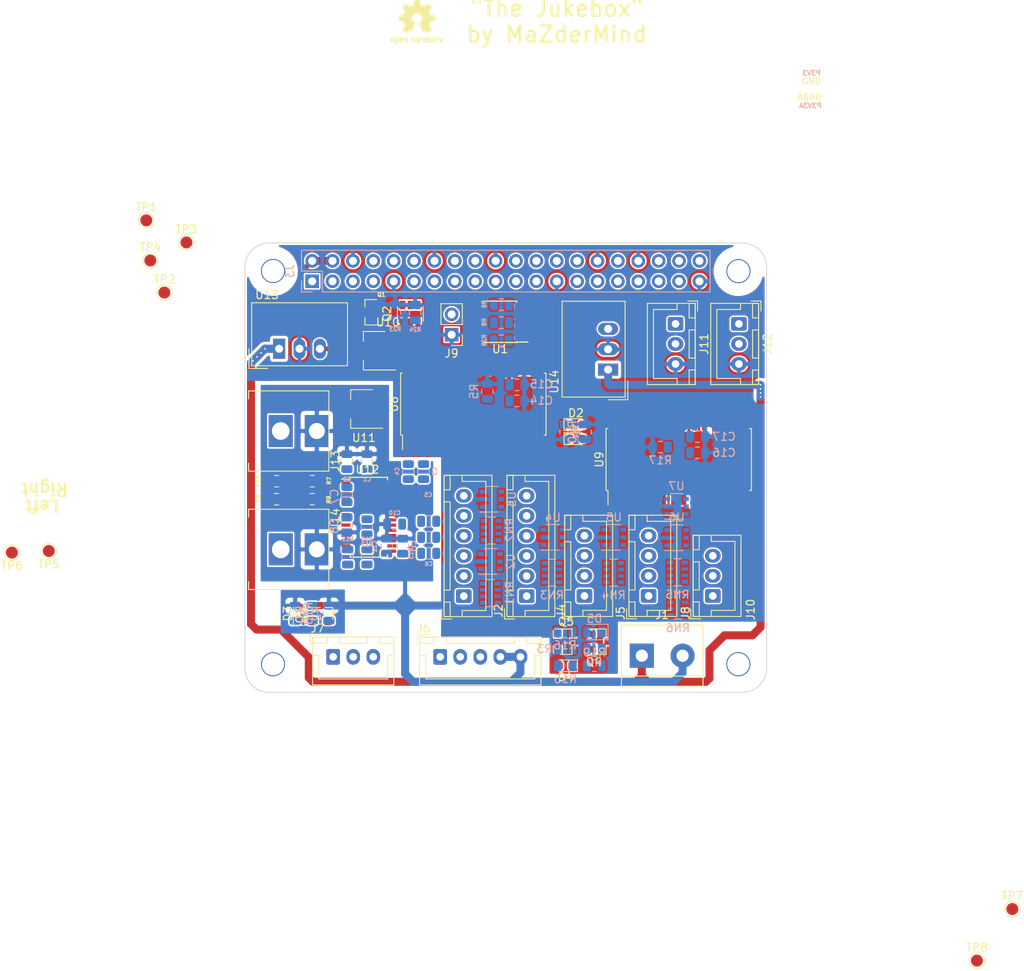
<source format=kicad_pcb>
(kicad_pcb (version 20171130) (host pcbnew 5.1.5-52549c5~84~ubuntu19.10.1)
  (layers (0 F.Cu signal) (31 B.Cu signal) (34 B.Paste user hide) (35 F.Paste user) (36 B.SilkS user) (37 F.SilkS user hide) (38 B.Mask user hide) (39 F.Mask user hide) (44 Edge.Cuts user))
  (net 0 "")
  (net 1 GND)
  (net 2 "Net-(Q1-Pad1)")
  (net 3 "Net-(Q2-Pad1)")
  (net 4 /P5V_HAT)
  (net 5 /P3V3)
  (net 6 /P5V)
  (net 7 /P30V)
  (net 8 /F_IN)
  (net 9 /E_IN)
  (net 10 /D_IN)
  (net 11 /C_IN)
  (net 12 /B_IN)
  (net 13 /A_IN)
  (net 14 /SPI_MISO)
  (net 15 /SPI_MOSI)
  (net 16 /SPI_CLK)
  (net 17 /PWM0)
  (net 18 /PWM1)
  (net 19 /M_IN)
  (net 20 /L_IN)
  (net 21 /K_IN)
  (net 22 /J_IN)
  (net 23 /H_IN)
  (net 24 /G_IN)
  (net 25 /Q_IN)
  (net 26 /P_IN)
  (net 27 /O_IN)
  (net 28 /N_IN)
  (net 29 /ANY_KEY_IN)
  (net 30 /5_IN)
  (net 31 /4_IN)
  (net 32 /3_IN)
  (net 33 /2_IN)
  (net 34 /WP)
  (net 35 /8_IN)
  (net 36 /7_IN)
  (net 37 /6_IN)
  (net 38 "Net-(Q3-Pad1)")
  (net 39 /C)
  (net 40 /D)
  (net 41 /A)
  (net 42 /B)
  (net 43 /G)
  (net 44 /H)
  (net 45 /E)
  (net 46 /F)
  (net 47 /L)
  (net 48 /M)
  (net 49 /J)
  (net 50 /K)
  (net 51 /P)
  (net 52 /Q)
  (net 53 /N)
  (net 54 /O)
  (net 55 /4)
  (net 56 /5)
  (net 57 /2)
  (net 58 /3)
  (net 59 /8)
  (net 60 /ANY_KEY)
  (net 61 /6)
  (net 62 /7)
  (net 63 /P3V3A)
  (net 64 /LDOO)
  (net 65 /R_CHAN)
  (net 66 /L_CHAN)
  (net 67 /I2C_SDA)
  (net 68 /I2C_SCL)
  (net 69 /PCM_CLK)
  (net 70 /ID_SDA)
  (net 71 /ID_SCL)
  (net 72 /PCM_FS)
  (net 73 /PCM_DATA)
  (net 74 /CAPM)
  (net 75 /CAPP)
  (net 76 /VNRG)
  (net 77 /VCOM)
  (net 78 /L_RAW)
  (net 79 /R_RAW)
  (net 80 /ADR1)
  (net 81 /ADR2)
  (net 82 GNDA)
  (net 83 /P3V3_HAT)
  (net 84 "Net-(D1-Pad1)")
  (net 85 /READY_LED)
  (net 86 /PLAY_LED)
  (net 87 "Net-(D2-Pad1)")
  (net 88 /SOLENOID_CTRL)
  (net 89 "Net-(D3-Pad1)")
  (net 90 /PANEL_CTRL)
  (net 91 "Net-(D4-Pad1)")
  (net 92 "Net-(D5-Pad2)")
  (net 93 /INT_U8)
  (net 94 /INT_U9)
  (net 95 /SPI_CS_U8)
  (net 96 /SPI_CS_U9)
  (net 97 /PANEL_30V_OUT)
  (net 98 /PANEL_SOLENOID_OUT)
  (net 99 "Net-(Q5-Pad3)")
  (net 100 "Net-(Q5-Pad1)")
  (net 101 /P5V_LED)
  (module TestPoint:TestPoint_Pad_D1.5mm (layer F.Cu) (at 169.76 150.25)
    (fp_text reference TP8 (at 0 -1.648) (layer F.SilkS))
    (fp_text value P5V_LED)
    (pad 1 smd circle (at 0 0) (size 1.5 1.5) (layers F.Cu F.Mask) (net 101 /P5V_LED))
  )
  (module TestPoint:TestPoint_Pad_D1.5mm (layer F.Cu) (at 174.17 143.82)
    (fp_text reference TP7 (at 0 -1.648) (layer F.SilkS))
    (fp_text value P30V)
    (pad 1 smd circle (at 0 0) (size 1.5 1.5) (layers F.Cu F.Mask) (net 7 /P30V))
  )
  (module TestPoint:TestPoint_Pad_D1.5mm (layer F.Cu) (at 49.5 99.4 180)
    (fp_text reference TP6 (at 0 -1.648) (layer F.SilkS))
    (fp_text value GNDA)
    (pad 1 smd circle (at 0 0 180) (size 1.5 1.5) (layers F.Cu F.Mask) (net 82 GNDA))
  )
  (module TestPoint:TestPoint_Pad_D1.5mm (layer F.Cu) (at 54.1 99.2 180)
    (fp_text reference TP5 (at 0 -1.648) (layer F.SilkS))
    (fp_text value P3V3A)
    (pad 1 smd circle (at 0 0 180) (size 1.5 1.5) (layers F.Cu F.Mask) (net 63 /P3V3A))
  )
  (module TestPoint:TestPoint_Pad_D1.5mm (layer F.Cu) (at 66.75 63)
    (fp_text reference TP4 (at 0 -1.648) (layer F.SilkS))
    (fp_text value P3V3)
    (pad 1 smd circle (at 0 0) (size 1.5 1.5) (layers F.Cu F.Mask) (net 5 /P3V3))
  )
  (module TestPoint:TestPoint_Pad_D1.5mm (layer F.Cu) (at 71.25 60.75)
    (fp_text reference TP3 (at 0 -1.648) (layer F.SilkS))
    (fp_text value P5V)
    (pad 1 smd circle (at 0 0) (size 1.5 1.5) (layers F.Cu F.Mask) (net 6 /P5V))
  )
  (module TestPoint:TestPoint_Pad_D1.5mm (layer F.Cu) (at 68.5 67)
    (fp_text reference TP2 (at 0 -1.648) (layer F.SilkS))
    (fp_text value GND)
    (pad 1 smd circle (at 0 0) (size 1.5 1.5) (layers F.Cu F.Mask) (net 1 GND))
  )
  (module TestPoint:TestPoint_Pad_D1.5mm (layer F.Cu) (at 66.25 58)
    (fp_text reference TP1 (at 0 -1.648) (layer F.SilkS))
    (fp_text value P5V_HAT)
    (pad 1 smd circle (at 0 0) (size 1.5 1.5) (layers F.Cu F.Mask) (net 4 /P5V_HAT))
  )
  (module Package_TO_SOT_SMD:SOT-23-6 (layer F.Cu) (at 99.15 69.65 90)
    (fp_text reference Q2 (at 0 -2.9 90) (layer F.SilkS))
    (fp_text value DMMT5401)
    (pad 5 smd rect (at 1.1 0 90) (size 1.06 0.65) (layers F.Cu F.Paste F.Mask) (net 4 /P5V_HAT))
    (pad 6 smd rect (at 1.1 -0.95 90) (size 1.06 0.65) (layers F.Cu F.Paste F.Mask) (net 6 /P5V))
    (pad 4 smd rect (at 1.1 0.95 90) (size 1.06 0.65) (layers F.Cu F.Paste F.Mask) (net 2 "Net-(Q1-Pad1)"))
    (pad 3 smd rect (at -1.1 0.95 90) (size 1.06 0.65) (layers F.Cu F.Paste F.Mask) (net 3 "Net-(Q2-Pad1)"))
    (pad 2 smd rect (at -1.1 0 90) (size 1.06 0.65) (layers F.Cu F.Paste F.Mask) (net 3 "Net-(Q2-Pad1)"))
    (pad 1 smd rect (at -1.1 -0.95 90) (size 1.06 0.65) (layers F.Cu F.Paste F.Mask) (net 3 "Net-(Q2-Pad1)"))
  )
  (module Converter_DCDC:Converter_DCDC_TRACO_TSR-1_THT (layer F.Cu) (at 123.8 76.6 90)
    (fp_text reference U14 (at -1.5 -6.71 90) (layer F.SilkS))
    (fp_text value TSR_2-2450)
    (pad 1 thru_hole rect (at 0 0 90) (size 1.5 2.5) (drill 1) (layers *.Cu *.Mask) (net 7 /P30V))
    (pad 2 thru_hole oval (at 2.54 0 90) (size 1.5 2.5) (drill 1) (layers *.Cu *.Mask) (net 1 GND))
    (pad 3 thru_hole oval (at 5.08 0 90) (size 1.5 2.5) (drill 1) (layers *.Cu *.Mask) (net 101 /P5V_LED))
  )
  (module Converter_DCDC:Converter_DCDC_TRACO_TSR-1_THT (layer F.Cu) (at 82.8 74)
    (fp_text reference U13 (at -1.5 -6.71) (layer F.SilkS))
    (fp_text value TSR_2-2450)
    (pad 3 thru_hole oval (at 5.08 0) (size 1.5 2.5) (drill 1) (layers *.Cu *.Mask) (net 6 /P5V))
    (pad 2 thru_hole oval (at 2.54 0) (size 1.5 2.5) (drill 1) (layers *.Cu *.Mask) (net 1 GND))
    (pad 1 thru_hole rect (at 0 0) (size 1.5 2.5) (drill 1) (layers *.Cu *.Mask) (net 7 /P30V))
  )
  (module Resistor_SMD:R_0805_2012Metric (layer B.Cu) (at 121 84.3625 270)
    (fp_text reference R20 (at 0 1.65 270) (layer B.SilkS) (effects (justify mirror)))
    (fp_text value 100R)
    (pad 1 smd roundrect (at -0.9375 0 270) (size 0.975 1.4) (layers B.Cu B.Paste B.Mask) (net 1 GND))
    (pad 2 smd roundrect (at 0.9375 0 270) (size 0.975 1.4) (layers B.Cu B.Paste B.Mask) (net 87 "Net-(D2-Pad1)"))
  )
  (module Resistor_SMD:R_0805_2012Metric (layer B.Cu) (at 122.1 113.5 180)
    (fp_text reference R19 (at 0 1.65) (layer B.SilkS) (effects (justify mirror)))
    (fp_text value 100R)
    (pad 2 smd roundrect (at 0.9375 0 180) (size 0.975 1.4) (layers B.Cu B.Paste B.Mask) (net 1 GND))
    (pad 1 smd roundrect (at -0.9375 0 180) (size 0.975 1.4) (layers B.Cu B.Paste B.Mask) (net 91 "Net-(D4-Pad1)"))
  )
  (module Resistor_SMD:R_0805_2012Metric (layer B.Cu) (at 84.8 106.9625 90)
    (fp_text reference R18 (at 0 1.65 90) (layer B.SilkS) (effects (justify mirror)))
    (fp_text value 100R)
    (pad 2 smd roundrect (at 0.9375 0 90) (size 0.975 1.4) (layers B.Cu B.Paste B.Mask) (net 1 GND))
    (pad 1 smd roundrect (at -0.9375 0 90) (size 0.975 1.4) (layers B.Cu B.Paste B.Mask) (net 89 "Net-(D3-Pad1)"))
  )
  (module Resistor_SMD:R_0805_2012Metric (layer B.Cu) (at 130.3125 86.25)
    (fp_text reference R17 (at 0 1.65) (layer B.SilkS) (effects (justify mirror)))
    (fp_text value 10k)
    (pad 2 smd roundrect (at 0.9375 0) (size 0.975 1.4) (layers B.Cu B.Paste B.Mask) (net 96 /SPI_CS_U9))
    (pad 1 smd roundrect (at -0.9375 0) (size 0.975 1.4) (layers B.Cu B.Paste B.Mask) (net 1 GND))
  )
  (module Resistor_SMD:R_0805_2012Metric (layer B.Cu) (at 118.4375 109.3)
    (fp_text reference R16 (at 0 1.65) (layer B.SilkS) (effects (justify mirror)))
    (fp_text value 5.6k)
    (pad 2 smd roundrect (at 0.9375 0) (size 0.975 1.4) (layers B.Cu B.Paste B.Mask) (net 92 "Net-(D5-Pad2)"))
    (pad 1 smd roundrect (at -0.9375 0) (size 0.975 1.4) (layers B.Cu B.Paste B.Mask) (net 99 "Net-(Q5-Pad3)"))
  )
  (module Resistor_SMD:R_0805_2012Metric (layer B.Cu) (at 118.4625 113.5)
    (fp_text reference R15 (at 0 1.65) (layer B.SilkS) (effects (justify mirror)))
    (fp_text value 10k)
    (pad 2 smd roundrect (at 0.9375 0) (size 0.975 1.4) (layers B.Cu B.Paste B.Mask) (net 100 "Net-(Q5-Pad1)"))
    (pad 1 smd roundrect (at -0.9375 0) (size 0.975 1.4) (layers B.Cu B.Paste B.Mask) (net 1 GND))
  )
  (module Resistor_SMD:R_0805_2012Metric (layer B.Cu) (at 122.1 111.4)
    (fp_text reference R4 (at 0 1.65) (layer B.SilkS) (effects (justify mirror)))
    (fp_text value NC)
    (pad 2 smd roundrect (at 0.9375 0) (size 0.975 1.4) (layers B.Cu B.Paste B.Mask) (net 7 /P30V))
    (pad 1 smd roundrect (at -0.9375 0) (size 0.975 1.4) (layers B.Cu B.Paste B.Mask) (net 92 "Net-(D5-Pad2)"))
  )
  (module Package_TO_SOT_SMD:SOT-23 (layer F.Cu) (at 118.55 110.5)
    (fp_text reference Q5 (at 0 -2.5) (layer F.SilkS))
    (fp_text value DMN6075S)
    (pad 3 smd rect (at 1 0) (size 0.9 0.8) (layers F.Cu F.Paste F.Mask) (net 99 "Net-(Q5-Pad3)"))
    (pad 2 smd rect (at -1 0.95) (size 0.9 0.8) (layers F.Cu F.Paste F.Mask) (net 1 GND))
    (pad 1 smd rect (at -1 -0.95) (size 0.9 0.8) (layers F.Cu F.Paste F.Mask) (net 100 "Net-(Q5-Pad1)"))
  )
  (module Connector_JST:JST_XH_B3B-XH-A_1x03_P2.50mm_Vertical (layer F.Cu) (at 140.1 70.9 270)
    (fp_text reference J12 (at 2.5 -3.55 90) (layer F.SilkS))
    (fp_text value LED1)
    (pad 1 thru_hole roundrect (at 0 0 270) (size 1.7 1.95) (drill 0.95) (layers *.Cu *.Mask) (roundrect_rratio 0.147059) (net 101 /P5V_LED))
    (pad 2 thru_hole oval (at 2.5 0 270) (size 1.7 1.95) (drill 0.95) (layers *.Cu *.Mask) (net 18 /PWM1))
    (pad 3 thru_hole oval (at 5 0 270) (size 1.7 1.95) (drill 0.95) (layers *.Cu *.Mask) (net 1 GND))
  )
  (module Connector_JST:JST_XH_B3B-XH-A_1x03_P2.50mm_Vertical (layer F.Cu) (at 132.2 70.9 270)
    (fp_text reference J11 (at 2.5 -3.55 90) (layer F.SilkS))
    (fp_text value LED0)
    (pad 1 thru_hole roundrect (at 0 0 270) (size 1.7 1.95) (drill 0.95) (layers *.Cu *.Mask) (roundrect_rratio 0.147059) (net 101 /P5V_LED))
    (pad 2 thru_hole oval (at 2.5 0 270) (size 1.7 1.95) (drill 0.95) (layers *.Cu *.Mask) (net 17 /PWM0))
    (pad 3 thru_hole oval (at 5 0 270) (size 1.7 1.95) (drill 0.95) (layers *.Cu *.Mask) (net 1 GND))
  )
  (module TerminalBlock:TerminalBlock_bornier-2_P5.08mm (layer F.Cu) (at 128 112.25)
    (fp_text reference J1 (at 2.54 -5.08) (layer F.SilkS))
    (fp_text value PWR_IN)
    (pad 2 thru_hole circle (at 5.08 0) (size 3 3) (drill 1.52) (layers *.Cu *.Mask) (net 1 GND))
    (pad 1 thru_hole rect (at 0 0) (size 3 3) (drill 1.52) (layers *.Cu *.Mask) (net 7 /P30V))
  )
  (module Diode_SMD:D_0805_2012Metric (layer B.Cu) (at 122.1 109.3 180)
    (fp_text reference D5 (at 0 1.65) (layer B.SilkS) (effects (justify mirror)))
    (fp_text value "MMSZ5239B-7-F (9.1V)")
    (pad 2 smd roundrect (at 0.9375 0 180) (size 0.975 1.4) (layers B.Cu B.Paste B.Mask) (net 92 "Net-(D5-Pad2)"))
    (pad 1 smd roundrect (at -0.9375 0 180) (size 0.975 1.4) (layers B.Cu B.Paste B.Mask) (net 7 /P30V))
  )
  (module LED_SMD:LED_0603_1608Metric (layer F.Cu) (at 118.5 113.5 180)
    (fp_text reference D4 (at 0 -1.43) (layer F.SilkS))
    (fp_text value PANEL)
    (pad 2 smd roundrect (at 0.7875 0 180) (size 0.875 0.95) (layers F.Cu F.Paste F.Mask) (net 90 /PANEL_CTRL))
    (pad 1 smd roundrect (at -0.7875 0 180) (size 0.875 0.95) (layers F.Cu F.Paste F.Mask) (net 91 "Net-(D4-Pad1)"))
  )
  (module LED_SMD:LED_0603_1608Metric (layer F.Cu) (at 85.3 107 90)
    (fp_text reference D3 (at 0 -1.43 90) (layer F.SilkS))
    (fp_text value SOLENOID)
    (pad 2 smd roundrect (at 0.7875 0 90) (size 0.875 0.95) (layers F.Cu F.Paste F.Mask) (net 88 /SOLENOID_CTRL))
    (pad 1 smd roundrect (at -0.7875 0 90) (size 0.875 0.95) (layers F.Cu F.Paste F.Mask) (net 89 "Net-(D3-Pad1)"))
  )
  (module LED_SMD:LED_0603_1608Metric (layer F.Cu) (at 119.7875 83.45)
    (fp_text reference D2 (at 0 -1.43) (layer F.SilkS))
    (fp_text value PLAY)
    (pad 1 smd roundrect (at -0.7875 0) (size 0.875 0.95) (layers F.Cu F.Paste F.Mask) (net 87 "Net-(D2-Pad1)"))
    (pad 2 smd roundrect (at 0.7875 0) (size 0.875 0.95) (layers F.Cu F.Paste F.Mask) (net 86 /PLAY_LED))
  )
  (module Resistor_SMD:R_0805_2012Metric (layer B.Cu) (at 118.5 84.3625 270)
    (fp_text reference R14 (at 0.0375 -1.4 270) (layer B.SilkS) (effects (font (size 0.5 0.5) (thickness 0.125)) (justify mirror)))
    (fp_text value 100R)
    (pad 2 smd roundrect (at 0.9375 0 270) (size 0.975 1.4) (layers B.Cu B.Paste B.Mask) (net 1 GND))
    (pad 1 smd roundrect (at -0.9375 0 270) (size 0.975 1.4) (layers B.Cu B.Paste B.Mask) (net 84 "Net-(D1-Pad1)"))
  )
  (module LED_SMD:LED_0603_1608Metric (layer F.Cu) (at 119.8 85.2)
    (fp_text reference D1 (at 0 -1.3) (layer F.SilkS) (effects (font (size 0.5 0.5) (thickness 0.125))))
    (fp_text value READY)
    (pad 2 smd roundrect (at 0.7875 0) (size 0.875 0.95) (layers F.Cu F.Paste F.Mask) (net 85 /READY_LED))
    (pad 1 smd roundrect (at -0.7875 0) (size 0.875 0.95) (layers F.Cu F.Paste F.Mask) (net 84 "Net-(D1-Pad1)"))
  )
  (module Symbol:OSHW-Logo2_7.3x6mm_SilkScreen (layer F.Cu) (at 100 33.3)
    (fp_text reference OSHW1 hide)
    (fp_text value Logo_Open_Hardware_Large hide)
  )
  (module project_footprints:KLPX_RCA (layer F.Cu) (at 79 99)
    (fp_text reference J14 (at 10.8 -3.8 90) (layer F.SilkS))
    (fp_text value KLPX-0848A-2-R)
    (pad 1 thru_hole rect (at 4 0 180) (size 3 4) (drill 2.2) (layers *.Cu *.Mask) (net 65 /R_CHAN))
    (pad 2 thru_hole rect (at 8.5 0 180) (size 3 4) (drill 2) (layers *.Cu *.Mask) (net 82 GNDA))
  )
  (module Capacitor_SMD:C_0805_2012Metric (layer B.Cu) (at 93.75 88.0625 90)
    (fp_text reference C1 (at -2.2 0 -180) (layer B.SilkS) (effects (font (size 0.5 0.5) (thickness 0.125)) (justify mirror)))
    (fp_text value 10uF)
    (pad 2 smd roundrect (at 0.9375 0 90) (size 0.975 1.4) (layers B.Cu B.Paste B.Mask) (net 82 GNDA))
    (pad 1 smd roundrect (at -0.9375 0 90) (size 0.975 1.4) (layers B.Cu B.Paste B.Mask) (net 63 /P3V3A))
  )
  (module NetTie:NetTie-2_SMD_Pad0.5mm (layer B.Cu) (at 98.5 104 90)
    (fp_text reference JP1 hide)
    (fp_text value Jumper_NC_Small)
    (fp_poly (pts (xy -0.5 0.25) (xy 0.5 0.25) (xy 0.5 -0.25) (xy -0.5 -0.25)) (layer B.Cu) (width 0))
    (pad 2 smd circle (at 0.5 0 90) (size 0.5 0.5) (layers B.Cu) (net 82 GNDA))
    (pad 1 smd circle (at -0.5 0 90) (size 0.5 0.5) (layers B.Cu) (net 1 GND))
  )
  (module Package_SO:TSSOP-28_4.4x9.7mm_P0.65mm (layer F.Cu) (at 93.987 94.997)
    (fp_text reference U12 (at -0.187 -5.947) (layer F.SilkS))
    (fp_text value PCM5122PW)
    (pad 28 smd rect (at 2.85 -4.225) (size 1.1 0.4) (layers F.Cu F.Paste F.Mask) (net 5 /P3V3))
    (pad 27 smd rect (at 2.85 -3.575) (size 1.1 0.4) (layers F.Cu F.Paste F.Mask) (net 1 GND))
    (pad 26 smd rect (at 2.85 -2.925) (size 1.1 0.4) (layers F.Cu F.Paste F.Mask) (net 64 /LDOO))
    (pad 25 smd rect (at 2.85 -2.275) (size 1.1 0.4) (layers F.Cu F.Paste F.Mask) (net 5 /P3V3))
    (pad 24 smd rect (at 2.85 -1.625) (size 1.1 0.4) (layers F.Cu F.Paste F.Mask) (net 80 /ADR1))
    (pad 23 smd rect (at 2.85 -0.975) (size 1.1 0.4) (layers F.Cu F.Paste F.Mask) (net 72 /PCM_FS))
    (pad 22 smd rect (at 2.85 -0.325) (size 1.1 0.4) (layers F.Cu F.Paste F.Mask) (net 73 /PCM_DATA))
    (pad 21 smd rect (at 2.85 0.325) (size 1.1 0.4) (layers F.Cu F.Paste F.Mask) (net 69 /PCM_CLK))
    (pad 20 smd rect (at 2.85 0.975) (size 1.1 0.4) (layers F.Cu F.Paste F.Mask))
    (pad 19 smd rect (at 2.85 1.625) (size 1.1 0.4) (layers F.Cu F.Paste F.Mask))
    (pad 18 smd rect (at 2.85 2.275) (size 1.1 0.4) (layers F.Cu F.Paste F.Mask) (net 5 /P3V3))
    (pad 17 smd rect (at 2.85 2.925) (size 1.1 0.4) (layers F.Cu F.Paste F.Mask) (net 1 GND))
    (pad 16 smd rect (at 2.85 3.575) (size 1.1 0.4) (layers F.Cu F.Paste F.Mask) (net 81 /ADR2))
    (pad 15 smd rect (at 2.85 4.225) (size 1.1 0.4) (layers F.Cu F.Paste F.Mask))
    (pad 14 smd rect (at -2.85 4.225) (size 1.1 0.4) (layers F.Cu F.Paste F.Mask))
    (pad 13 smd rect (at -2.85 3.575) (size 1.1 0.4) (layers F.Cu F.Paste F.Mask))
    (pad 12 smd rect (at -2.85 2.925) (size 1.1 0.4) (layers F.Cu F.Paste F.Mask) (net 68 /I2C_SCL))
    (pad 11 smd rect (at -2.85 2.275) (size 1.1 0.4) (layers F.Cu F.Paste F.Mask) (net 67 /I2C_SDA))
    (pad 10 smd rect (at -2.85 1.625) (size 1.1 0.4) (layers F.Cu F.Paste F.Mask) (net 77 /VCOM))
    (pad 9 smd rect (at -2.85 0.975) (size 1.1 0.4) (layers F.Cu F.Paste F.Mask) (net 82 GNDA))
    (pad 8 smd rect (at -2.85 0.325) (size 1.1 0.4) (layers F.Cu F.Paste F.Mask) (net 63 /P3V3A))
    (pad 7 smd rect (at -2.85 -0.325) (size 1.1 0.4) (layers F.Cu F.Paste F.Mask) (net 79 /R_RAW))
    (pad 6 smd rect (at -2.85 -0.975) (size 1.1 0.4) (layers F.Cu F.Paste F.Mask) (net 78 /L_RAW))
    (pad 5 smd rect (at -2.85 -1.625) (size 1.1 0.4) (layers F.Cu F.Paste F.Mask) (net 76 /VNRG))
    (pad 4 smd rect (at -2.85 -2.275) (size 1.1 0.4) (layers F.Cu F.Paste F.Mask) (net 74 /CAPM))
    (pad 3 smd rect (at -2.85 -2.925) (size 1.1 0.4) (layers F.Cu F.Paste F.Mask) (net 82 GNDA))
    (pad 2 smd rect (at -2.85 -3.575) (size 1.1 0.4) (layers F.Cu F.Paste F.Mask) (net 75 /CAPP))
    (pad 1 smd rect (at -2.85 -4.225) (size 1.1 0.4) (layers F.Cu F.Paste F.Mask) (net 63 /P3V3A))
  )
  (module Connector_JST:JST_XH_B6B-XH-A_1x06_P2.50mm_Vertical (layer F.Cu) (at 105.815 104.825 90)
    (fp_text reference J2 (at -1.825 4.335 270) (layer F.SilkS))
    (fp_text value A-F)
    (pad 1 thru_hole roundrect (at 0 0 90) (size 1.7 1.95) (drill 0.95) (layers *.Cu *.Mask) (roundrect_rratio 0.147059) (net 13 /A_IN))
    (pad 2 thru_hole oval (at 2.5 0 90) (size 1.7 1.95) (drill 0.95) (layers *.Cu *.Mask) (net 12 /B_IN))
    (pad 3 thru_hole oval (at 5 0 90) (size 1.7 1.95) (drill 0.95) (layers *.Cu *.Mask) (net 11 /C_IN))
    (pad 4 thru_hole oval (at 7.5 0 90) (size 1.7 1.95) (drill 0.95) (layers *.Cu *.Mask) (net 10 /D_IN))
    (pad 5 thru_hole oval (at 10 0 90) (size 1.7 1.95) (drill 0.95) (layers *.Cu *.Mask) (net 9 /E_IN))
    (pad 6 thru_hole oval (at 12.5 0 90) (size 1.7 1.95) (drill 0.95) (layers *.Cu *.Mask) (net 8 /F_IN))
  )
  (module Connector_JST:JST_XH_B6B-XH-A_1x06_P2.50mm_Vertical (layer F.Cu) (at 113.65 104.825 90)
    (fp_text reference J4 (at -1.825 4.3 270) (layer F.SilkS))
    (fp_text value G-M)
    (pad 1 thru_hole roundrect (at 0 0 90) (size 1.7 1.95) (drill 0.95) (layers *.Cu *.Mask) (roundrect_rratio 0.147059) (net 24 /G_IN))
    (pad 2 thru_hole oval (at 2.5 0 90) (size 1.7 1.95) (drill 0.95) (layers *.Cu *.Mask) (net 23 /H_IN))
    (pad 3 thru_hole oval (at 5 0 90) (size 1.7 1.95) (drill 0.95) (layers *.Cu *.Mask) (net 22 /J_IN))
    (pad 4 thru_hole oval (at 7.5 0 90) (size 1.7 1.95) (drill 0.95) (layers *.Cu *.Mask) (net 21 /K_IN))
    (pad 5 thru_hole oval (at 10 0 90) (size 1.7 1.95) (drill 0.95) (layers *.Cu *.Mask) (net 20 /L_IN))
    (pad 6 thru_hole oval (at 12.5 0 90) (size 1.7 1.95) (drill 0.95) (layers *.Cu *.Mask) (net 19 /M_IN))
  )
  (module Package_SO:TSOP-6_1.65x3.05mm_P0.95mm (layer B.Cu) (at 109.15 100.5)
    (fp_text reference U2 (at 2.519 0.007 90) (layer B.SilkS) (effects (justify mirror)))
    (fp_text value CM1293A)
    (pad 1 smd rect (at -1.16 0.95) (size 0.7 0.51) (layers B.Cu B.Paste B.Mask) (net 10 /D_IN))
    (pad 2 smd rect (at -1.16 0) (size 0.7 0.51) (layers B.Cu B.Paste B.Mask) (net 1 GND))
    (pad 3 smd rect (at -1.16 -0.95) (size 0.7 0.51) (layers B.Cu B.Paste B.Mask) (net 11 /C_IN))
    (pad 4 smd rect (at 1.16 -0.95) (size 0.7 0.51) (layers B.Cu B.Paste B.Mask) (net 12 /B_IN))
    (pad 5 smd rect (at 1.16 0) (size 0.7 0.51) (layers B.Cu B.Paste B.Mask) (net 5 /P3V3))
    (pad 6 smd rect (at 1.16 0.95) (size 0.7 0.51) (layers B.Cu B.Paste B.Mask) (net 13 /A_IN))
  )
  (module Package_SO:TSOP-6_1.65x3.05mm_P0.95mm (layer B.Cu) (at 109.31 92.75)
    (fp_text reference U3 (at 2.486 0.01 90) (layer B.SilkS) (effects (justify mirror)))
    (fp_text value CM1293A)
    (pad 1 smd rect (at -1.16 0.95) (size 0.7 0.51) (layers B.Cu B.Paste B.Mask) (net 9 /E_IN))
    (pad 2 smd rect (at -1.16 0) (size 0.7 0.51) (layers B.Cu B.Paste B.Mask) (net 1 GND))
    (pad 3 smd rect (at -1.16 -0.95) (size 0.7 0.51) (layers B.Cu B.Paste B.Mask) (net 8 /F_IN))
    (pad 4 smd rect (at 1.16 -0.95) (size 0.7 0.51) (layers B.Cu B.Paste B.Mask) (net 23 /H_IN))
    (pad 5 smd rect (at 1.16 0) (size 0.7 0.51) (layers B.Cu B.Paste B.Mask) (net 5 /P3V3))
    (pad 6 smd rect (at 1.16 0.95) (size 0.7 0.51) (layers B.Cu B.Paste B.Mask) (net 24 /G_IN))
  )
  (module Package_TO_SOT_SMD:SOT-89-3 (layer F.Cu) (at 95.0835 74.25 180)
    (fp_text reference U10 (at -1.2665 3.55 180) (layer F.SilkS))
    (fp_text value L78L33_SOT89)
    (pad 2 smd trapezoid (at -0.0762 0 270) (size 1.5 1) (rect_delta 0 0.7) (layers F.Cu F.Paste F.Mask) (net 1 GND))
    (pad 2 smd rect (at 1.3335 0 90) (size 2.2 1.84) (layers F.Cu F.Paste F.Mask) (net 1 GND))
    (pad 3 smd rect (at -1.48 1.5 90) (size 1 1.5) (layers F.Cu F.Paste F.Mask) (net 6 /P5V))
    (pad 2 smd rect (at -1.3335 0 90) (size 1 1.8) (layers F.Cu F.Paste F.Mask) (net 1 GND))
    (pad 1 smd rect (at -1.48 -1.5 90) (size 1 1.5) (layers F.Cu F.Paste F.Mask) (net 5 /P3V3))
    (pad 2 smd trapezoid (at 2.667 0 90) (size 1.6 0.85) (rect_delta 0 0.6) (layers F.Cu F.Paste F.Mask) (net 1 GND))
  )
  (module Package_SO:SOIC-28W_7.5x17.9mm_P1.27mm (layer F.Cu) (at 132.6 87.8 90)
    (fp_text reference U9 (at 0 -9.9 90) (layer F.SilkS))
    (fp_text value MCP23S17_SO)
    (pad 1 smd roundrect (at -4.65 -8.255 90) (size 2.05 0.6) (layers F.Cu F.Paste F.Mask) (net 57 /2))
    (pad 2 smd roundrect (at -4.65 -6.985 90) (size 2.05 0.6) (layers F.Cu F.Paste F.Mask) (net 58 /3))
    (pad 3 smd roundrect (at -4.65 -5.715 90) (size 2.05 0.6) (layers F.Cu F.Paste F.Mask) (net 55 /4))
    (pad 4 smd roundrect (at -4.65 -4.445 90) (size 2.05 0.6) (layers F.Cu F.Paste F.Mask) (net 56 /5))
    (pad 5 smd roundrect (at -4.65 -3.175 90) (size 2.05 0.6) (layers F.Cu F.Paste F.Mask) (net 61 /6))
    (pad 6 smd roundrect (at -4.65 -1.905 90) (size 2.05 0.6) (layers F.Cu F.Paste F.Mask) (net 62 /7))
    (pad 7 smd roundrect (at -4.65 -0.635 90) (size 2.05 0.6) (layers F.Cu F.Paste F.Mask) (net 59 /8))
    (pad 8 smd roundrect (at -4.65 0.635 90) (size 2.05 0.6) (layers F.Cu F.Paste F.Mask) (net 60 /ANY_KEY))
    (pad 9 smd roundrect (at -4.65 1.905 90) (size 2.05 0.6) (layers F.Cu F.Paste F.Mask) (net 5 /P3V3))
    (pad 10 smd roundrect (at -4.65 3.175 90) (size 2.05 0.6) (layers F.Cu F.Paste F.Mask) (net 1 GND))
    (pad 11 smd roundrect (at -4.65 4.445 90) (size 2.05 0.6) (layers F.Cu F.Paste F.Mask) (net 96 /SPI_CS_U9))
    (pad 12 smd roundrect (at -4.65 5.715 90) (size 2.05 0.6) (layers F.Cu F.Paste F.Mask) (net 16 /SPI_CLK))
    (pad 13 smd roundrect (at -4.65 6.985 90) (size 2.05 0.6) (layers F.Cu F.Paste F.Mask) (net 15 /SPI_MOSI))
    (pad 14 smd roundrect (at -4.65 8.255 90) (size 2.05 0.6) (layers F.Cu F.Paste F.Mask) (net 14 /SPI_MISO))
    (pad 15 smd roundrect (at 4.65 8.255 90) (size 2.05 0.6) (layers F.Cu F.Paste F.Mask) (net 1 GND))
    (pad 16 smd roundrect (at 4.65 6.985 90) (size 2.05 0.6) (layers F.Cu F.Paste F.Mask) (net 1 GND))
    (pad 17 smd roundrect (at 4.65 5.715 90) (size 2.05 0.6) (layers F.Cu F.Paste F.Mask) (net 1 GND))
    (pad 18 smd roundrect (at 4.65 4.445 90) (size 2.05 0.6) (layers F.Cu F.Paste F.Mask) (net 5 /P3V3))
    (pad 19 smd roundrect (at 4.65 3.175 90) (size 2.05 0.6) (layers F.Cu F.Paste F.Mask))
    (pad 20 smd roundrect (at 4.65 1.905 90) (size 2.05 0.6) (layers F.Cu F.Paste F.Mask) (net 94 /INT_U9))
    (pad 21 smd roundrect (at 4.65 0.635 90) (size 2.05 0.6) (layers F.Cu F.Paste F.Mask) (net 88 /SOLENOID_CTRL))
    (pad 22 smd roundrect (at 4.65 -0.635 90) (size 2.05 0.6) (layers F.Cu F.Paste F.Mask) (net 90 /PANEL_CTRL))
    (pad 23 smd roundrect (at 4.65 -1.905 90) (size 2.05 0.6) (layers F.Cu F.Paste F.Mask))
    (pad 24 smd roundrect (at 4.65 -3.175 90) (size 2.05 0.6) (layers F.Cu F.Paste F.Mask))
    (pad 25 smd roundrect (at 4.65 -4.445 90) (size 2.05 0.6) (layers F.Cu F.Paste F.Mask))
    (pad 26 smd roundrect (at 4.65 -5.715 90) (size 2.05 0.6) (layers F.Cu F.Paste F.Mask))
    (pad 27 smd roundrect (at 4.65 -6.985 90) (size 2.05 0.6) (layers F.Cu F.Paste F.Mask) (net 86 /PLAY_LED))
    (pad 28 smd roundrect (at 4.65 -8.255 90) (size 2.05 0.6) (layers F.Cu F.Paste F.Mask) (net 85 /READY_LED))
  )
  (module project_footprints:KLPX_RCA (layer F.Cu) (at 79 84.25)
    (fp_text reference J13 (at 10.8 3.75 90) (layer F.SilkS))
    (fp_text value KLPX-0848A-2-B)
    (pad 1 thru_hole rect (at 4 0 180) (size 3 4) (drill 2.2) (layers *.Cu *.Mask) (net 66 /L_CHAN))
    (pad 2 thru_hole rect (at 8.5 0 180) (size 3 4) (drill 2) (layers *.Cu *.Mask) (net 82 GNDA))
  )
  (module Resistor_SMD:R_0805_2012Metric (layer B.Cu) (at 101.4375 99.5)
    (fp_text reference R13 (at -2.2 0 -90) (layer B.SilkS) (effects (font (size 0.5 0.5) (thickness 0.125)) (justify mirror)))
    (fp_text value 100R)
    (pad 2 smd roundrect (at 0.9375 0) (size 0.975 1.4) (layers B.Cu B.Paste B.Mask) (net 1 GND))
    (pad 1 smd roundrect (at -0.9375 0) (size 0.975 1.4) (layers B.Cu B.Paste B.Mask) (net 81 /ADR2))
  )
  (module Resistor_SMD:R_0805_2012Metric (layer B.Cu) (at 93.75 96.1875 90)
    (fp_text reference R12 (at -2.2 0 180) (layer B.SilkS) (effects (font (size 0.5 0.5) (thickness 0.125)) (justify mirror)))
    (fp_text value 100R)
    (pad 2 smd roundrect (at 0.9375 0 90) (size 0.975 1.4) (layers B.Cu B.Paste B.Mask) (net 5 /P3V3))
    (pad 1 smd roundrect (at -0.9375 0 90) (size 0.975 1.4) (layers B.Cu B.Paste B.Mask) (net 80 /ADR1))
  )
  (module Resistor_SMD:R_0805_2012Metric (layer B.Cu) (at 91.35 99.95 270)
    (fp_text reference R11 (at -2.25 0 180) (layer B.SilkS) (effects (font (size 0.5 0.5) (thickness 0.125)) (justify mirror)))
    (fp_text value 3.9K)
    (pad 2 smd roundrect (at 0.9375 0 270) (size 0.975 1.4) (layers B.Cu B.Paste B.Mask) (net 68 /I2C_SCL))
    (pad 1 smd roundrect (at -0.9375 0 270) (size 0.975 1.4) (layers B.Cu B.Paste B.Mask) (net 5 /P3V3))
  )
  (module Resistor_SMD:R_0805_2012Metric (layer B.Cu) (at 93.75 99.95 270)
    (fp_text reference R10 (at -2.2 0 180) (layer B.SilkS) (effects (font (size 0.5 0.5) (thickness 0.125)) (justify mirror)))
    (fp_text value 3.9K)
    (pad 2 smd roundrect (at 0.9375 0 270) (size 0.975 1.4) (layers B.Cu B.Paste B.Mask) (net 67 /I2C_SDA))
    (pad 1 smd roundrect (at -0.9375 0 270) (size 0.975 1.4) (layers B.Cu B.Paste B.Mask) (net 5 /P3V3))
  )
  (module Resistor_SMD:R_0805_2012Metric (layer F.Cu) (at 86.9375 92.75)
    (fp_text reference R9 (at 2.05 0.05 90) (layer F.SilkS) (effects (font (size 0.5 0.5) (thickness 0.125))))
    (fp_text value 470R)
    (pad 2 smd roundrect (at 0.9375 0) (size 0.975 1.4) (layers F.Cu F.Paste F.Mask) (net 79 /R_RAW))
    (pad 1 smd roundrect (at -0.9375 0) (size 0.975 1.4) (layers F.Cu F.Paste F.Mask) (net 65 /R_CHAN))
  )
  (module Resistor_SMD:R_0805_2012Metric (layer F.Cu) (at 86.9375 90.5)
    (fp_text reference R7 (at 2.0875 -0.05 270) (layer F.SilkS) (effects (font (size 0.5 0.5) (thickness 0.125))))
    (fp_text value 470R)
    (pad 2 smd roundrect (at 0.9375 0) (size 0.975 1.4) (layers F.Cu F.Paste F.Mask) (net 78 /L_RAW))
    (pad 1 smd roundrect (at -0.9375 0) (size 0.975 1.4) (layers F.Cu F.Paste F.Mask) (net 66 /L_CHAN))
  )
  (module Capacitor_SMD:C_0805_2012Metric (layer B.Cu) (at 134.9375 84.95)
    (fp_text reference C17 (at 3.3125 0 180) (layer B.SilkS) (effects (justify mirror)))
    (fp_text value .1uF)
    (pad 2 smd roundrect (at 0.9375 0) (size 0.975 1.4) (layers B.Cu B.Paste B.Mask) (net 1 GND))
    (pad 1 smd roundrect (at -0.9375 0) (size 0.975 1.4) (layers B.Cu B.Paste B.Mask) (net 5 /P3V3))
  )
  (module Capacitor_SMD:C_0805_2012Metric (layer B.Cu) (at 134.9375 86.95)
    (fp_text reference C16 (at 3.3125 0 180) (layer B.SilkS) (effects (justify mirror)))
    (fp_text value 10uF)
    (pad 2 smd roundrect (at 0.9375 0) (size 0.975 1.4) (layers B.Cu B.Paste B.Mask) (net 1 GND))
    (pad 1 smd roundrect (at -0.9375 0) (size 0.975 1.4) (layers B.Cu B.Paste B.Mask) (net 5 /P3V3))
  )
  (module Capacitor_SMD:C_0805_2012Metric (layer B.Cu) (at 112.4375 78.5)
    (fp_text reference C15 (at 3.0585 -0.086) (layer B.SilkS) (effects (justify mirror)))
    (fp_text value .1uF)
    (pad 2 smd roundrect (at 0.9375 0) (size 0.975 1.4) (layers B.Cu B.Paste B.Mask) (net 1 GND))
    (pad 1 smd roundrect (at -0.9375 0) (size 0.975 1.4) (layers B.Cu B.Paste B.Mask) (net 5 /P3V3))
  )
  (module Capacitor_SMD:C_0805_2012Metric (layer B.Cu) (at 112.4375 80.5)
    (fp_text reference C14 (at 3.0585 -0.054) (layer B.SilkS) (effects (justify mirror)))
    (fp_text value 10uF)
    (pad 2 smd roundrect (at 0.9375 0) (size 0.975 1.4) (layers B.Cu B.Paste B.Mask) (net 1 GND))
    (pad 1 smd roundrect (at -0.9375 0) (size 0.975 1.4) (layers B.Cu B.Paste B.Mask) (net 5 /P3V3))
  )
  (module Capacitor_SMD:C_0805_2012Metric (layer F.Cu) (at 82.4875 90.5 180)
    (fp_text reference C13 (at 2.25 0 90) (layer F.SilkS) (effects (font (size 0.5 0.5) (thickness 0.125))))
    (fp_text value 2.2uF)
    (pad 2 smd roundrect (at 0.9375 0 180) (size 0.975 1.4) (layers F.Cu F.Paste F.Mask) (net 82 GNDA))
    (pad 1 smd roundrect (at -0.9375 0 180) (size 0.975 1.4) (layers F.Cu F.Paste F.Mask) (net 66 /L_CHAN))
  )
  (module Capacitor_SMD:C_0805_2012Metric (layer B.Cu) (at 96.2 98.6 90)
    (fp_text reference C12 (at -0.05 -1.5 90) (layer B.SilkS) (effects (font (size 0.5 0.5) (thickness 0.125)) (justify mirror)))
    (fp_text value .1uF)
    (pad 2 smd roundrect (at 0.9375 0 90) (size 0.975 1.4) (layers B.Cu B.Paste B.Mask) (net 82 GNDA))
    (pad 1 smd roundrect (at -0.9375 0 90) (size 0.975 1.4) (layers B.Cu B.Paste B.Mask) (net 63 /P3V3A))
  )
  (module Capacitor_SMD:C_0805_2012Metric (layer B.Cu) (at 98.2 98.6 90)
    (fp_text reference C11 (at -0.05 1.4 90) (layer B.SilkS) (effects (font (size 0.5 0.5) (thickness 0.125)) (justify mirror)))
    (fp_text value 10uF)
    (pad 2 smd roundrect (at 0.9375 0 90) (size 0.975 1.4) (layers B.Cu B.Paste B.Mask) (net 82 GNDA))
    (pad 1 smd roundrect (at -0.9375 0 90) (size 0.975 1.4) (layers B.Cu B.Paste B.Mask) (net 63 /P3V3A))
  )
  (module Capacitor_SMD:C_0805_2012Metric (layer B.Cu) (at 97.2 95.85 180)
    (fp_text reference C10 (at 0 1.4) (layer B.SilkS) (effects (font (size 0.5 0.5) (thickness 0.125)) (justify mirror)))
    (fp_text value 10uF)
    (pad 2 smd roundrect (at 0.9375 0 180) (size 0.975 1.4) (layers B.Cu B.Paste B.Mask) (net 82 GNDA))
    (pad 1 smd roundrect (at -0.9375 0 180) (size 0.975 1.4) (layers B.Cu B.Paste B.Mask) (net 77 /VCOM))
  )
  (module Capacitor_SMD:C_0805_2012Metric (layer F.Cu) (at 82.4875 92.75)
    (fp_text reference C9 (at -2.2625 -0.1 270) (layer F.SilkS) (effects (font (size 0.5 0.5) (thickness 0.125))))
    (fp_text value 2.2uF)
    (pad 2 smd roundrect (at 0.9375 0) (size 0.975 1.4) (layers F.Cu F.Paste F.Mask) (net 65 /R_CHAN))
    (pad 1 smd roundrect (at -0.9375 0) (size 0.975 1.4) (layers F.Cu F.Paste F.Mask) (net 82 GNDA))
  )
  (module Capacitor_SMD:C_0805_2012Metric (layer B.Cu) (at 91.25 95.9375 90)
    (fp_text reference C8 (at -0.1655 -1.584 90) (layer B.SilkS) (effects (justify mirror)))
    (fp_text value 2.2uF)
    (pad 2 smd roundrect (at 0.9375 0 90) (size 0.975 1.4) (layers B.Cu B.Paste B.Mask) (net 76 /VNRG))
    (pad 1 smd roundrect (at -0.9375 0 90) (size 0.975 1.4) (layers B.Cu B.Paste B.Mask) (net 82 GNDA))
  )
  (module Capacitor_SMD:C_0805_2012Metric (layer B.Cu) (at 91.25 92.1875 270)
    (fp_text reference C7 (at 0.2385 1.564 270) (layer B.SilkS) (effects (justify mirror)))
    (fp_text value 2.2uF)
    (pad 2 smd roundrect (at 0.9375 0 270) (size 0.975 1.4) (layers B.Cu B.Paste B.Mask) (net 74 /CAPM))
    (pad 1 smd roundrect (at -0.9375 0 270) (size 0.975 1.4) (layers B.Cu B.Paste B.Mask) (net 75 /CAPP))
  )
  (module Capacitor_SMD:C_0805_2012Metric (layer B.Cu) (at 101.4375 97.5)
    (fp_text reference C6 (at 0 3.3 180) (layer B.SilkS) (effects (font (size 0.5 0.5) (thickness 0.125)) (justify mirror)))
    (fp_text value .1uF)
    (pad 2 smd roundrect (at 0.9375 0) (size 0.975 1.4) (layers B.Cu B.Paste B.Mask) (net 1 GND))
    (pad 1 smd roundrect (at -0.9375 0) (size 0.975 1.4) (layers B.Cu B.Paste B.Mask) (net 64 /LDOO))
  )
  (module Capacitor_SMD:C_0805_2012Metric (layer B.Cu) (at 101.4375 95.5)
    (fp_text reference C5 (at -0.0625 -3.3 180) (layer B.SilkS) (effects (font (size 0.5 0.5) (thickness 0.125)) (justify mirror)))
    (fp_text value 10uF)
    (pad 2 smd roundrect (at 0.9375 0) (size 0.975 1.4) (layers B.Cu B.Paste B.Mask) (net 1 GND))
    (pad 1 smd roundrect (at -0.9375 0) (size 0.975 1.4) (layers B.Cu B.Paste B.Mask) (net 64 /LDOO))
  )
  (module Capacitor_SMD:C_0805_2012Metric (layer B.Cu) (at 98.9 89.3125 90)
    (fp_text reference C4 (at 0.0375 -1.4 90) (layer B.SilkS) (effects (font (size 0.5 0.5) (thickness 0.125)) (justify mirror)))
    (fp_text value .1uF)
    (pad 2 smd roundrect (at 0.9375 0 90) (size 0.975 1.4) (layers B.Cu B.Paste B.Mask) (net 1 GND))
    (pad 1 smd roundrect (at -0.9375 0 90) (size 0.975 1.4) (layers B.Cu B.Paste B.Mask) (net 5 /P3V3))
  )
  (module Capacitor_SMD:C_0805_2012Metric (layer B.Cu) (at 100.8 89.3125 90)
    (fp_text reference C3 (at 0.0375 1.4 -90) (layer B.SilkS) (effects (font (size 0.5 0.5) (thickness 0.125)) (justify mirror)))
    (fp_text value 10uF)
    (pad 2 smd roundrect (at 0.9375 0 90) (size 0.975 1.4) (layers B.Cu B.Paste B.Mask) (net 1 GND))
    (pad 1 smd roundrect (at -0.9375 0 90) (size 0.975 1.4) (layers B.Cu B.Paste B.Mask) (net 5 /P3V3))
  )
  (module Capacitor_SMD:C_0805_2012Metric (layer B.Cu) (at 91.25 88.0625 90)
    (fp_text reference C2 (at -2.2 0 -180) (layer B.SilkS) (effects (font (size 0.5 0.5) (thickness 0.125)) (justify mirror)))
    (fp_text value .1uF)
    (pad 2 smd roundrect (at 0.9375 0 90) (size 0.975 1.4) (layers B.Cu B.Paste B.Mask) (net 82 GNDA))
    (pad 1 smd roundrect (at -0.9375 0 90) (size 0.975 1.4) (layers B.Cu B.Paste B.Mask) (net 63 /P3V3A))
  )
  (module Resistor_SMD:R_0805_2012Metric (layer B.Cu) (at 110.4875 73)
    (fp_text reference R29 (at -2.15 -0.05 -90) (layer B.SilkS) (effects (font (size 0.5 0.5) (thickness 0.125)) (justify mirror)))
    (fp_text value 10k)
    (pad 2 smd roundrect (at 0.9375 0) (size 0.975 1.4) (layers B.Cu B.Paste B.Mask) (net 34 /WP))
    (pad 1 smd roundrect (at -0.9375 0) (size 0.975 1.4) (layers B.Cu B.Paste B.Mask) (net 83 /P3V3_HAT))
  )
  (module Resistor_SMD:R_0805_2012Metric (layer B.Cu) (at 99.75 69.5 90)
    (fp_text reference R24 (at -2.115 0.02 180) (layer B.SilkS) (effects (font (size 0.5 0.5) (thickness 0.125)) (justify mirror)))
    (fp_text value 47k)
    (pad 2 smd roundrect (at 0.9375 0 90) (size 0.975 1.4) (layers B.Cu B.Paste B.Mask) (net 1 GND))
    (pad 1 smd roundrect (at -0.9375 0 90) (size 0.975 1.4) (layers B.Cu B.Paste B.Mask) (net 2 "Net-(Q1-Pad1)"))
  )
  (module Resistor_SMD:R_0805_2012Metric (layer B.Cu) (at 97.25 69.4375 90)
    (fp_text reference R23 (at -2.115 0.02 180) (layer B.SilkS) (effects (font (size 0.5 0.5) (thickness 0.125)) (justify mirror)))
    (fp_text value 10k)
    (pad 2 smd roundrect (at 0.9375 0 90) (size 0.975 1.4) (layers B.Cu B.Paste B.Mask) (net 1 GND))
    (pad 1 smd roundrect (at -0.9375 0 90) (size 0.975 1.4) (layers B.Cu B.Paste B.Mask) (net 3 "Net-(Q2-Pad1)"))
  )
  (module Resistor_SMD:R_0805_2012Metric (layer B.Cu) (at 110.4875 70.75)
    (fp_text reference R8 (at -2.15 -0.065 -90) (layer B.SilkS) (effects (font (size 0.5 0.5) (thickness 0.125)) (justify mirror)))
    (fp_text value 3.9K)
    (pad 2 smd roundrect (at 0.9375 0) (size 0.975 1.4) (layers B.Cu B.Paste B.Mask) (net 71 /ID_SCL))
    (pad 1 smd roundrect (at -0.9375 0) (size 0.975 1.4) (layers B.Cu B.Paste B.Mask) (net 83 /P3V3_HAT))
  )
  (module Resistor_SMD:R_0805_2012Metric (layer B.Cu) (at 110.4875 68.5)
    (fp_text reference R6 (at -2.15 -0.05 -90) (layer B.SilkS) (effects (font (size 0.5 0.5) (thickness 0.125)) (justify mirror)))
    (fp_text value 3.9K)
    (pad 2 smd roundrect (at 0.9375 0) (size 0.975 1.4) (layers B.Cu B.Paste B.Mask) (net 70 /ID_SDA))
    (pad 1 smd roundrect (at -0.9375 0) (size 0.975 1.4) (layers B.Cu B.Paste B.Mask) (net 83 /P3V3_HAT))
  )
  (module Resistor_SMD:R_0805_2012Metric (layer B.Cu) (at 108.75 79.3125 270)
    (fp_text reference R5 (at 0 1.65 270) (layer B.SilkS) (effects (justify mirror)))
    (fp_text value 10k)
    (pad 2 smd roundrect (at 0.9375 0 270) (size 0.975 1.4) (layers B.Cu B.Paste B.Mask) (net 95 /SPI_CS_U8))
    (pad 1 smd roundrect (at -0.9375 0 270) (size 0.975 1.4) (layers B.Cu B.Paste B.Mask) (net 1 GND))
  )
  (module Resistor_SMD:R_0805_2012Metric (layer B.Cu) (at 118.4375 111.4 180)
    (fp_text reference R3 (at 2.5765 0) (layer B.SilkS) (effects (justify mirror)))
    (fp_text value 100R)
    (pad 2 smd roundrect (at 0.9375 0 180) (size 0.975 1.4) (layers B.Cu B.Paste B.Mask) (net 90 /PANEL_CTRL))
    (pad 1 smd roundrect (at -0.9375 0 180) (size 0.975 1.4) (layers B.Cu B.Paste B.Mask) (net 100 "Net-(Q5-Pad1)"))
  )
  (module Resistor_SMD:R_0805_2012Metric (layer B.Cu) (at 89 106.95 90)
    (fp_text reference R2 (at -0.0365 -1.524 270) (layer B.SilkS) (effects (justify mirror)))
    (fp_text value 10k)
    (pad 2 smd roundrect (at 0.9375 0 90) (size 0.975 1.4) (layers B.Cu B.Paste B.Mask) (net 1 GND))
    (pad 1 smd roundrect (at -0.9375 0 90) (size 0.975 1.4) (layers B.Cu B.Paste B.Mask) (net 38 "Net-(Q3-Pad1)"))
  )
  (module Resistor_SMD:R_0805_2012Metric (layer B.Cu) (at 86.9 106.9625 90)
    (fp_text reference R1 (at 0 -1.524 90) (layer B.SilkS) (effects (justify mirror)))
    (fp_text value 100R)
    (pad 2 smd roundrect (at 0.9375 0 90) (size 0.975 1.4) (layers B.Cu B.Paste B.Mask) (net 88 /SOLENOID_CTRL))
    (pad 1 smd roundrect (at -0.9375 0 90) (size 0.975 1.4) (layers B.Cu B.Paste B.Mask) (net 38 "Net-(Q3-Pad1)"))
  )
  (module Package_TO_SOT_SMD:SOT-89-3 (layer F.Cu) (at 93.5 81.5 180)
    (fp_text reference U11 (at 0.1335 -3.6) (layer F.SilkS))
    (fp_text value L78L33_SOT89)
    (pad 2 smd trapezoid (at -0.0762 0 270) (size 1.5 1) (rect_delta 0 0.7) (layers F.Cu F.Paste F.Mask) (net 82 GNDA))
    (pad 2 smd rect (at 1.3335 0 90) (size 2.2 1.84) (layers F.Cu F.Paste F.Mask) (net 82 GNDA))
    (pad 3 smd rect (at -1.48 1.5 90) (size 1 1.5) (layers F.Cu F.Paste F.Mask) (net 6 /P5V))
    (pad 2 smd rect (at -1.3335 0 90) (size 1 1.8) (layers F.Cu F.Paste F.Mask) (net 82 GNDA))
    (pad 1 smd rect (at -1.48 -1.5 90) (size 1 1.5) (layers F.Cu F.Paste F.Mask) (net 63 /P3V3A))
    (pad 2 smd trapezoid (at 2.667 0 90) (size 1.6 0.85) (rect_delta 0 0.6) (layers F.Cu F.Paste F.Mask) (net 82 GNDA))
  )
  (module Resistor_SMD:R_Array_Convex_4x0603 (layer B.Cu) (at 132.5 106)
    (fp_text reference RN6 (at 0 2.8) (layer B.SilkS) (effects (justify mirror)))
    (fp_text value EXB-38V100JV)
    (pad 1 smd rect (at -0.9 1.2) (size 0.8 0.5) (layers B.Cu B.Paste B.Mask) (net 37 /6_IN))
    (pad 3 smd rect (at -0.9 -0.4) (size 0.8 0.4) (layers B.Cu B.Paste B.Mask) (net 35 /8_IN))
    (pad 2 smd rect (at -0.9 0.4) (size 0.8 0.4) (layers B.Cu B.Paste B.Mask) (net 36 /7_IN))
    (pad 4 smd rect (at -0.9 -1.2) (size 0.8 0.5) (layers B.Cu B.Paste B.Mask) (net 29 /ANY_KEY_IN))
    (pad 7 smd rect (at 0.9 0.4) (size 0.8 0.4) (layers B.Cu B.Paste B.Mask) (net 62 /7))
    (pad 8 smd rect (at 0.9 1.2) (size 0.8 0.5) (layers B.Cu B.Paste B.Mask) (net 61 /6))
    (pad 6 smd rect (at 0.9 -0.4) (size 0.8 0.4) (layers B.Cu B.Paste B.Mask) (net 59 /8))
    (pad 5 smd rect (at 0.9 -1.2) (size 0.8 0.5) (layers B.Cu B.Paste B.Mask) (net 60 /ANY_KEY))
  )
  (module Resistor_SMD:R_Array_Convex_4x0603 (layer B.Cu) (at 132.45 101.85)
    (fp_text reference RN5 (at 0 2.8) (layer B.SilkS) (effects (justify mirror)))
    (fp_text value EXB-38V100JV)
    (pad 1 smd rect (at -0.9 1.2) (size 0.8 0.5) (layers B.Cu B.Paste B.Mask) (net 33 /2_IN))
    (pad 3 smd rect (at -0.9 -0.4) (size 0.8 0.4) (layers B.Cu B.Paste B.Mask) (net 31 /4_IN))
    (pad 2 smd rect (at -0.9 0.4) (size 0.8 0.4) (layers B.Cu B.Paste B.Mask) (net 32 /3_IN))
    (pad 4 smd rect (at -0.9 -1.2) (size 0.8 0.5) (layers B.Cu B.Paste B.Mask) (net 30 /5_IN))
    (pad 7 smd rect (at 0.9 0.4) (size 0.8 0.4) (layers B.Cu B.Paste B.Mask) (net 58 /3))
    (pad 8 smd rect (at 0.9 1.2) (size 0.8 0.5) (layers B.Cu B.Paste B.Mask) (net 57 /2))
    (pad 6 smd rect (at 0.9 -0.4) (size 0.8 0.4) (layers B.Cu B.Paste B.Mask) (net 55 /4))
    (pad 5 smd rect (at 0.9 -1.2) (size 0.8 0.5) (layers B.Cu B.Paste B.Mask) (net 56 /5))
  )
  (module Resistor_SMD:R_Array_Convex_4x0603 (layer B.Cu) (at 124.5 101.9)
    (fp_text reference RN4 (at 0 2.8) (layer B.SilkS) (effects (justify mirror)))
    (fp_text value EXB-38V100JV)
    (pad 1 smd rect (at -0.9 1.2) (size 0.8 0.5) (layers B.Cu B.Paste B.Mask) (net 28 /N_IN))
    (pad 3 smd rect (at -0.9 -0.4) (size 0.8 0.4) (layers B.Cu B.Paste B.Mask) (net 26 /P_IN))
    (pad 2 smd rect (at -0.9 0.4) (size 0.8 0.4) (layers B.Cu B.Paste B.Mask) (net 27 /O_IN))
    (pad 4 smd rect (at -0.9 -1.2) (size 0.8 0.5) (layers B.Cu B.Paste B.Mask) (net 25 /Q_IN))
    (pad 7 smd rect (at 0.9 0.4) (size 0.8 0.4) (layers B.Cu B.Paste B.Mask) (net 54 /O))
    (pad 8 smd rect (at 0.9 1.2) (size 0.8 0.5) (layers B.Cu B.Paste B.Mask) (net 53 /N))
    (pad 6 smd rect (at 0.9 -0.4) (size 0.8 0.4) (layers B.Cu B.Paste B.Mask) (net 51 /P))
    (pad 5 smd rect (at 0.9 -1.2) (size 0.8 0.5) (layers B.Cu B.Paste B.Mask) (net 52 /Q))
  )
  (module Resistor_SMD:R_Array_Convex_4x0603 (layer B.Cu) (at 116.8 101.9)
    (fp_text reference RN3 (at 0 2.8) (layer B.SilkS) (effects (justify mirror)))
    (fp_text value EXB-38V100JV)
    (pad 1 smd rect (at -0.9 1.2) (size 0.8 0.5) (layers B.Cu B.Paste B.Mask) (net 22 /J_IN))
    (pad 3 smd rect (at -0.9 -0.4) (size 0.8 0.4) (layers B.Cu B.Paste B.Mask) (net 20 /L_IN))
    (pad 2 smd rect (at -0.9 0.4) (size 0.8 0.4) (layers B.Cu B.Paste B.Mask) (net 21 /K_IN))
    (pad 4 smd rect (at -0.9 -1.2) (size 0.8 0.5) (layers B.Cu B.Paste B.Mask) (net 19 /M_IN))
    (pad 7 smd rect (at 0.9 0.4) (size 0.8 0.4) (layers B.Cu B.Paste B.Mask) (net 50 /K))
    (pad 8 smd rect (at 0.9 1.2) (size 0.8 0.5) (layers B.Cu B.Paste B.Mask) (net 49 /J))
    (pad 6 smd rect (at 0.9 -0.4) (size 0.8 0.4) (layers B.Cu B.Paste B.Mask) (net 47 /L))
    (pad 5 smd rect (at 0.9 -1.2) (size 0.8 0.5) (layers B.Cu B.Paste B.Mask) (net 48 /M))
  )
  (module Resistor_SMD:R_Array_Convex_4x0603 (layer B.Cu) (at 109.25 96.65)
    (fp_text reference RN2 (at 2.292 -0.08 90) (layer B.SilkS) (effects (justify mirror)))
    (fp_text value EXB-38V100JV)
    (pad 1 smd rect (at -0.9 1.2) (size 0.8 0.5) (layers B.Cu B.Paste B.Mask) (net 8 /F_IN))
    (pad 3 smd rect (at -0.9 -0.4) (size 0.8 0.4) (layers B.Cu B.Paste B.Mask) (net 24 /G_IN))
    (pad 2 smd rect (at -0.9 0.4) (size 0.8 0.4) (layers B.Cu B.Paste B.Mask) (net 9 /E_IN))
    (pad 4 smd rect (at -0.9 -1.2) (size 0.8 0.5) (layers B.Cu B.Paste B.Mask) (net 23 /H_IN))
    (pad 7 smd rect (at 0.9 0.4) (size 0.8 0.4) (layers B.Cu B.Paste B.Mask) (net 45 /E))
    (pad 8 smd rect (at 0.9 1.2) (size 0.8 0.5) (layers B.Cu B.Paste B.Mask) (net 46 /F))
    (pad 6 smd rect (at 0.9 -0.4) (size 0.8 0.4) (layers B.Cu B.Paste B.Mask) (net 43 /G))
    (pad 5 smd rect (at 0.9 -1.2) (size 0.8 0.5) (layers B.Cu B.Paste B.Mask) (net 44 /H))
  )
  (module Resistor_SMD:R_Array_Convex_4x0603 (layer B.Cu) (at 109.15 104.45)
    (fp_text reference RN1 (at 2.392 -0.006 90) (layer B.SilkS) (effects (justify mirror)))
    (fp_text value EXB-38V100JV)
    (pad 1 smd rect (at -0.9 1.2) (size 0.8 0.5) (layers B.Cu B.Paste B.Mask) (net 13 /A_IN))
    (pad 3 smd rect (at -0.9 -0.4) (size 0.8 0.4) (layers B.Cu B.Paste B.Mask) (net 11 /C_IN))
    (pad 2 smd rect (at -0.9 0.4) (size 0.8 0.4) (layers B.Cu B.Paste B.Mask) (net 12 /B_IN))
    (pad 4 smd rect (at -0.9 -1.2) (size 0.8 0.5) (layers B.Cu B.Paste B.Mask) (net 10 /D_IN))
    (pad 7 smd rect (at 0.9 0.4) (size 0.8 0.4) (layers B.Cu B.Paste B.Mask) (net 42 /B))
    (pad 8 smd rect (at 0.9 1.2) (size 0.8 0.5) (layers B.Cu B.Paste B.Mask) (net 41 /A))
    (pad 6 smd rect (at 0.9 -0.4) (size 0.8 0.4) (layers B.Cu B.Paste B.Mask) (net 39 /C))
    (pad 5 smd rect (at 0.9 -1.2) (size 0.8 0.5) (layers B.Cu B.Paste B.Mask) (net 40 /D))
  )
  (module Connector_JST:JST_XH_B4B-XH-A_1x04_P2.50mm_Vertical (layer F.Cu) (at 120.85 104.8 90)
    (fp_text reference J5 (at -2.15 4.5 270) (layer F.SilkS))
    (fp_text value N-Q)
    (pad 1 thru_hole roundrect (at 0 0 90) (size 1.7 1.95) (drill 0.95) (layers *.Cu *.Mask) (roundrect_rratio 0.147059) (net 28 /N_IN))
    (pad 2 thru_hole oval (at 2.5 0 90) (size 1.7 1.95) (drill 0.95) (layers *.Cu *.Mask) (net 27 /O_IN))
    (pad 3 thru_hole oval (at 5 0 90) (size 1.7 1.95) (drill 0.95) (layers *.Cu *.Mask) (net 26 /P_IN))
    (pad 4 thru_hole oval (at 7.5 0 90) (size 1.7 1.95) (drill 0.95) (layers *.Cu *.Mask) (net 25 /Q_IN))
  )
  (module Package_SOIC:SOIC-8_3.9x4.9mm_P1.27mm (layer F.Cu) (at 110.35 70.635 180)
    (fp_text reference U1 (at 0 -3.4 180) (layer F.SilkS))
    (fp_text value CAT24C32)
    (pad 1 smd rect (at -2.7 -1.905 180) (size 1.55 0.6) (layers F.Cu F.Paste F.Mask) (net 1 GND))
    (pad 2 smd rect (at -2.7 -0.635 180) (size 1.55 0.6) (layers F.Cu F.Paste F.Mask) (net 1 GND))
    (pad 3 smd rect (at -2.7 0.635 180) (size 1.55 0.6) (layers F.Cu F.Paste F.Mask) (net 1 GND))
    (pad 4 smd rect (at -2.7 1.905 180) (size 1.55 0.6) (layers F.Cu F.Paste F.Mask) (net 1 GND))
    (pad 5 smd rect (at 2.7 1.905 180) (size 1.55 0.6) (layers F.Cu F.Paste F.Mask) (net 70 /ID_SDA))
    (pad 6 smd rect (at 2.7 0.635 180) (size 1.55 0.6) (layers F.Cu F.Paste F.Mask) (net 71 /ID_SCL))
    (pad 7 smd rect (at 2.7 -0.635 180) (size 1.55 0.6) (layers F.Cu F.Paste F.Mask) (net 34 /WP))
    (pad 8 smd rect (at 2.7 -1.905 180) (size 1.55 0.6) (layers F.Cu F.Paste F.Mask) (net 83 /P3V3_HAT))
  )
  (module Connector_PinHeader_2.54mm:PinHeader_1x02_P2.54mm_Vertical (layer F.Cu) (at 104.3 72.25 180)
    (fp_text reference J9 (at 0 -2.33) (layer F.SilkS))
    (fp_text value WP)
    (pad 1 thru_hole rect (at 0 0 180) (size 1.7 1.7) (drill 1) (layers *.Cu *.Mask) (net 1 GND))
    (pad 2 thru_hole oval (at 0 2.54 180) (size 1.7 1.7) (drill 1) (layers *.Cu *.Mask) (net 34 /WP))
  )
  (module Package_SO:SOIC-28W_7.5x17.9mm_P1.27mm (layer F.Cu) (at 107 80.9 90)
    (fp_text reference U8 (at 0 -9.9 90) (layer F.SilkS))
    (fp_text value MCP23S17_SO)
    (pad 1 smd roundrect (at -4.65 -8.255 90) (size 2.05 0.6) (layers F.Cu F.Paste F.Mask) (net 41 /A))
    (pad 2 smd roundrect (at -4.65 -6.985 90) (size 2.05 0.6) (layers F.Cu F.Paste F.Mask) (net 42 /B))
    (pad 3 smd roundrect (at -4.65 -5.715 90) (size 2.05 0.6) (layers F.Cu F.Paste F.Mask) (net 39 /C))
    (pad 4 smd roundrect (at -4.65 -4.445 90) (size 2.05 0.6) (layers F.Cu F.Paste F.Mask) (net 40 /D))
    (pad 5 smd roundrect (at -4.65 -3.175 90) (size 2.05 0.6) (layers F.Cu F.Paste F.Mask) (net 45 /E))
    (pad 6 smd roundrect (at -4.65 -1.905 90) (size 2.05 0.6) (layers F.Cu F.Paste F.Mask) (net 46 /F))
    (pad 7 smd roundrect (at -4.65 -0.635 90) (size 2.05 0.6) (layers F.Cu F.Paste F.Mask) (net 43 /G))
    (pad 8 smd roundrect (at -4.65 0.635 90) (size 2.05 0.6) (layers F.Cu F.Paste F.Mask) (net 44 /H))
    (pad 9 smd roundrect (at -4.65 1.905 90) (size 2.05 0.6) (layers F.Cu F.Paste F.Mask) (net 5 /P3V3))
    (pad 10 smd roundrect (at -4.65 3.175 90) (size 2.05 0.6) (layers F.Cu F.Paste F.Mask) (net 1 GND))
    (pad 11 smd roundrect (at -4.65 4.445 90) (size 2.05 0.6) (layers F.Cu F.Paste F.Mask) (net 95 /SPI_CS_U8))
    (pad 12 smd roundrect (at -4.65 5.715 90) (size 2.05 0.6) (layers F.Cu F.Paste F.Mask) (net 16 /SPI_CLK))
    (pad 13 smd roundrect (at -4.65 6.985 90) (size 2.05 0.6) (layers F.Cu F.Paste F.Mask) (net 15 /SPI_MOSI))
    (pad 14 smd roundrect (at -4.65 8.255 90) (size 2.05 0.6) (layers F.Cu F.Paste F.Mask) (net 14 /SPI_MISO))
    (pad 15 smd roundrect (at 4.65 8.255 90) (size 2.05 0.6) (layers F.Cu F.Paste F.Mask) (net 1 GND))
    (pad 16 smd roundrect (at 4.65 6.985 90) (size 2.05 0.6) (layers F.Cu F.Paste F.Mask) (net 1 GND))
    (pad 17 smd roundrect (at 4.65 5.715 90) (size 2.05 0.6) (layers F.Cu F.Paste F.Mask) (net 1 GND))
    (pad 18 smd roundrect (at 4.65 4.445 90) (size 2.05 0.6) (layers F.Cu F.Paste F.Mask) (net 5 /P3V3))
    (pad 19 smd roundrect (at 4.65 3.175 90) (size 2.05 0.6) (layers F.Cu F.Paste F.Mask))
    (pad 20 smd roundrect (at 4.65 1.905 90) (size 2.05 0.6) (layers F.Cu F.Paste F.Mask) (net 93 /INT_U8))
    (pad 21 smd roundrect (at 4.65 0.635 90) (size 2.05 0.6) (layers F.Cu F.Paste F.Mask) (net 49 /J))
    (pad 22 smd roundrect (at 4.65 -0.635 90) (size 2.05 0.6) (layers F.Cu F.Paste F.Mask) (net 50 /K))
    (pad 23 smd roundrect (at 4.65 -1.905 90) (size 2.05 0.6) (layers F.Cu F.Paste F.Mask) (net 47 /L))
    (pad 24 smd roundrect (at 4.65 -3.175 90) (size 2.05 0.6) (layers F.Cu F.Paste F.Mask) (net 48 /M))
    (pad 25 smd roundrect (at 4.65 -4.445 90) (size 2.05 0.6) (layers F.Cu F.Paste F.Mask) (net 53 /N))
    (pad 26 smd roundrect (at 4.65 -5.715 90) (size 2.05 0.6) (layers F.Cu F.Paste F.Mask) (net 54 /O))
    (pad 27 smd roundrect (at 4.65 -6.985 90) (size 2.05 0.6) (layers F.Cu F.Paste F.Mask) (net 51 /P))
    (pad 28 smd roundrect (at 4.65 -8.255 90) (size 2.05 0.6) (layers F.Cu F.Paste F.Mask) (net 52 /Q))
  )
  (module Package_SO:TSOP-6_1.65x3.05mm_P0.95mm (layer B.Cu) (at 132.34 93.65)
    (fp_text reference U7 (at -0.013 -2.536) (layer B.SilkS) (effects (justify mirror)))
    (fp_text value CM1293A)
    (pad 1 smd rect (at -1.16 0.95) (size 0.7 0.51) (layers B.Cu B.Paste B.Mask) (net 29 /ANY_KEY_IN))
    (pad 2 smd rect (at -1.16 0) (size 0.7 0.51) (layers B.Cu B.Paste B.Mask) (net 1 GND))
    (pad 3 smd rect (at -1.16 -0.95) (size 0.7 0.51) (layers B.Cu B.Paste B.Mask) (net 35 /8_IN))
    (pad 4 smd rect (at 1.16 -0.95) (size 0.7 0.51) (layers B.Cu B.Paste B.Mask) (net 36 /7_IN))
    (pad 5 smd rect (at 1.16 0) (size 0.7 0.51) (layers B.Cu B.Paste B.Mask) (net 5 /P3V3))
    (pad 6 smd rect (at 1.16 0.95) (size 0.7 0.51) (layers B.Cu B.Paste B.Mask) (net 37 /6_IN))
  )
  (module Package_SO:TSOP-6_1.65x3.05mm_P0.95mm (layer B.Cu) (at 132.35 97.55)
    (fp_text reference U6 (at 0 -2.536) (layer B.SilkS) (effects (justify mirror)))
    (fp_text value CM1293A)
    (pad 1 smd rect (at -1.16 0.95) (size 0.7 0.51) (layers B.Cu B.Paste B.Mask) (net 30 /5_IN))
    (pad 2 smd rect (at -1.16 0) (size 0.7 0.51) (layers B.Cu B.Paste B.Mask) (net 1 GND))
    (pad 3 smd rect (at -1.16 -0.95) (size 0.7 0.51) (layers B.Cu B.Paste B.Mask) (net 31 /4_IN))
    (pad 4 smd rect (at 1.16 -0.95) (size 0.7 0.51) (layers B.Cu B.Paste B.Mask) (net 32 /3_IN))
    (pad 5 smd rect (at 1.16 0) (size 0.7 0.51) (layers B.Cu B.Paste B.Mask) (net 5 /P3V3))
    (pad 6 smd rect (at 1.16 0.95) (size 0.7 0.51) (layers B.Cu B.Paste B.Mask) (net 33 /2_IN))
  )
  (module Package_SO:TSOP-6_1.65x3.05mm_P0.95mm (layer B.Cu) (at 124.51 97.5)
    (fp_text reference U5 (at 0 -2.486) (layer B.SilkS) (effects (justify mirror)))
    (fp_text value CM1293A)
    (pad 1 smd rect (at -1.16 0.95) (size 0.7 0.51) (layers B.Cu B.Paste B.Mask) (net 25 /Q_IN))
    (pad 2 smd rect (at -1.16 0) (size 0.7 0.51) (layers B.Cu B.Paste B.Mask) (net 1 GND))
    (pad 3 smd rect (at -1.16 -0.95) (size 0.7 0.51) (layers B.Cu B.Paste B.Mask) (net 26 /P_IN))
    (pad 4 smd rect (at 1.16 -0.95) (size 0.7 0.51) (layers B.Cu B.Paste B.Mask) (net 27 /O_IN))
    (pad 5 smd rect (at 1.16 0) (size 0.7 0.51) (layers B.Cu B.Paste B.Mask) (net 5 /P3V3))
    (pad 6 smd rect (at 1.16 0.95) (size 0.7 0.51) (layers B.Cu B.Paste B.Mask) (net 28 /N_IN))
  )
  (module Package_SO:TSOP-6_1.65x3.05mm_P0.95mm (layer B.Cu) (at 116.9 97.5)
    (fp_text reference U4 (at 0 -2.451) (layer B.SilkS) (effects (justify mirror)))
    (fp_text value CM1293A)
    (pad 1 smd rect (at -1.16 0.95) (size 0.7 0.51) (layers B.Cu B.Paste B.Mask) (net 19 /M_IN))
    (pad 2 smd rect (at -1.16 0) (size 0.7 0.51) (layers B.Cu B.Paste B.Mask) (net 1 GND))
    (pad 3 smd rect (at -1.16 -0.95) (size 0.7 0.51) (layers B.Cu B.Paste B.Mask) (net 20 /L_IN))
    (pad 4 smd rect (at 1.16 -0.95) (size 0.7 0.51) (layers B.Cu B.Paste B.Mask) (net 21 /K_IN))
    (pad 5 smd rect (at 1.16 0) (size 0.7 0.51) (layers B.Cu B.Paste B.Mask) (net 5 /P3V3))
    (pad 6 smd rect (at 1.16 0.95) (size 0.7 0.51) (layers B.Cu B.Paste B.Mask) (net 22 /J_IN))
  )
  (module Package_TO_SOT_SMD:SOT-23 (layer F.Cu) (at 122.8 110.5)
    (fp_text reference Q4 (at -0.762 2.54) (layer F.SilkS))
    (fp_text value DMP4065S)
    (pad 1 smd rect (at -1 -0.95) (size 0.9 0.8) (layers F.Cu F.Paste F.Mask) (net 92 "Net-(D5-Pad2)"))
    (pad 2 smd rect (at -1 0.95) (size 0.9 0.8) (layers F.Cu F.Paste F.Mask) (net 7 /P30V))
    (pad 3 smd rect (at 1 0) (size 0.9 0.8) (layers F.Cu F.Paste F.Mask) (net 97 /PANEL_30V_OUT))
  )
  (module Package_TO_SOT_SMD:SOT-23 (layer F.Cu) (at 87.9 107 90)
    (fp_text reference Q3 (at -0.238 -2.474 90) (layer F.SilkS))
    (fp_text value DMN6075S)
    (pad 3 smd rect (at 1 0 90) (size 0.9 0.8) (layers F.Cu F.Paste F.Mask) (net 98 /PANEL_SOLENOID_OUT))
    (pad 2 smd rect (at -1 0.95 90) (size 0.9 0.8) (layers F.Cu F.Paste F.Mask) (net 1 GND))
    (pad 1 smd rect (at -1 -0.95 90) (size 0.9 0.8) (layers F.Cu F.Paste F.Mask) (net 38 "Net-(Q3-Pad1)"))
  )
  (module Connector_JST:JST_XH_B3B-XH-A_1x03_P2.50mm_Vertical (layer F.Cu) (at 136.85 104.8 90)
    (fp_text reference J10 (at -1.7 4.7 270) (layer F.SilkS))
    (fp_text value 6-8)
    (pad 1 thru_hole roundrect (at 0 0 90) (size 1.7 1.95) (drill 0.95) (layers *.Cu *.Mask) (roundrect_rratio 0.147059) (net 37 /6_IN))
    (pad 2 thru_hole oval (at 2.5 0 90) (size 1.7 1.95) (drill 0.95) (layers *.Cu *.Mask) (net 36 /7_IN))
    (pad 3 thru_hole oval (at 5 0 90) (size 1.7 1.95) (drill 0.95) (layers *.Cu *.Mask) (net 35 /8_IN))
  )
  (module Connector_JST:JST_XH_B4B-XH-A_1x04_P2.50mm_Vertical (layer F.Cu) (at 128.85 104.8 90)
    (fp_text reference J8 (at -2.15 4.6 270) (layer F.SilkS))
    (fp_text value 2-5)
    (pad 1 thru_hole roundrect (at 0 0 90) (size 1.7 1.95) (drill 0.95) (layers *.Cu *.Mask) (roundrect_rratio 0.147059) (net 33 /2_IN))
    (pad 2 thru_hole oval (at 2.5 0 90) (size 1.7 1.95) (drill 0.95) (layers *.Cu *.Mask) (net 32 /3_IN))
    (pad 3 thru_hole oval (at 5 0 90) (size 1.7 1.95) (drill 0.95) (layers *.Cu *.Mask) (net 31 /4_IN))
    (pad 4 thru_hole oval (at 7.5 0 90) (size 1.7 1.95) (drill 0.95) (layers *.Cu *.Mask) (net 30 /5_IN))
  )
  (module Connector_JST:JST_XH_B3B-XH-A_1x03_P2.50mm_Vertical (layer F.Cu) (at 89.535 112.395)
    (fp_text reference J7 (at -1.935 -3.55) (layer F.SilkS))
    (fp_text value PANEL_CTL)
    (pad 3 thru_hole oval (at 5 0) (size 1.7 1.95) (drill 0.95) (layers *.Cu *.Mask) (net 29 /ANY_KEY_IN))
    (pad 2 thru_hole oval (at 2.5 0) (size 1.7 1.95) (drill 0.95) (layers *.Cu *.Mask))
    (pad 1 thru_hole roundrect (at 0 0) (size 1.7 1.95) (drill 0.95) (layers *.Cu *.Mask) (roundrect_rratio 0.147059) (net 98 /PANEL_SOLENOID_OUT))
  )
  (module Connector_JST:JST_XH_B5B-XH-A_1x05_P2.50mm_Vertical (layer F.Cu) (at 102.87 112.395)
    (fp_text reference J6 (at -2.07 -3.55) (layer F.SilkS))
    (fp_text value PANEL_PWR)
    (pad 5 thru_hole oval (at 10 0) (size 1.7 1.95) (drill 0.95) (layers *.Cu *.Mask) (net 1 GND))
    (pad 4 thru_hole oval (at 7.5 0) (size 1.7 1.95) (drill 0.95) (layers *.Cu *.Mask) (net 1 GND))
    (pad 3 thru_hole oval (at 5 0) (size 1.7 1.95) (drill 0.95) (layers *.Cu *.Mask))
    (pad 2 thru_hole oval (at 2.5 0) (size 1.7 1.95) (drill 0.95) (layers *.Cu *.Mask) (net 97 /PANEL_30V_OUT))
    (pad 1 thru_hole roundrect (at 0 0) (size 1.7 1.95) (drill 0.95) (layers *.Cu *.Mask) (roundrect_rratio 0.147059) (net 97 /PANEL_30V_OUT))
  )
  (module Connector_PinSocket_2.54mm:PinSocket_2x20_P2.54mm_Vertical (layer B.Cu) (at 86.92 65.59 270)
    (fp_text reference J3 (at -1.27 2.77 270) (layer B.SilkS) (effects (justify mirror)))
    (fp_text value 40HAT)
    (pad 1 thru_hole rect (at 0 0 270) (size 1.7 1.7) (drill 1) (layers *.Cu *.Mask))
    (pad 2 thru_hole oval (at -2.54 0 270) (size 1.7 1.7) (drill 1) (layers *.Cu *.Mask) (net 4 /P5V_HAT))
    (pad 3 thru_hole oval (at 0 -2.54 270) (size 1.7 1.7) (drill 1) (layers *.Cu *.Mask) (net 67 /I2C_SDA))
    (pad 4 thru_hole oval (at -2.54 -2.54 270) (size 1.7 1.7) (drill 1) (layers *.Cu *.Mask) (net 4 /P5V_HAT))
    (pad 5 thru_hole oval (at 0 -5.08 270) (size 1.7 1.7) (drill 1) (layers *.Cu *.Mask) (net 68 /I2C_SCL))
    (pad 6 thru_hole oval (at -2.54 -5.08 270) (size 1.7 1.7) (drill 1) (layers *.Cu *.Mask) (net 1 GND))
    (pad 7 thru_hole oval (at 0 -7.62 270) (size 1.7 1.7) (drill 1) (layers *.Cu *.Mask))
    (pad 8 thru_hole oval (at -2.54 -7.62 270) (size 1.7 1.7) (drill 1) (layers *.Cu *.Mask))
    (pad 9 thru_hole oval (at 0 -10.16 270) (size 1.7 1.7) (drill 1) (layers *.Cu *.Mask) (net 1 GND))
    (pad 10 thru_hole oval (at -2.54 -10.16 270) (size 1.7 1.7) (drill 1) (layers *.Cu *.Mask))
    (pad 11 thru_hole oval (at 0 -12.7 270) (size 1.7 1.7) (drill 1) (layers *.Cu *.Mask))
    (pad 12 thru_hole oval (at -2.54 -12.7 270) (size 1.7 1.7) (drill 1) (layers *.Cu *.Mask) (net 69 /PCM_CLK))
    (pad 13 thru_hole oval (at 0 -15.24 270) (size 1.7 1.7) (drill 1) (layers *.Cu *.Mask))
    (pad 14 thru_hole oval (at -2.54 -15.24 270) (size 1.7 1.7) (drill 1) (layers *.Cu *.Mask) (net 1 GND))
    (pad 15 thru_hole oval (at 0 -17.78 270) (size 1.7 1.7) (drill 1) (layers *.Cu *.Mask))
    (pad 16 thru_hole oval (at -2.54 -17.78 270) (size 1.7 1.7) (drill 1) (layers *.Cu *.Mask))
    (pad 17 thru_hole oval (at 0 -20.32 270) (size 1.7 1.7) (drill 1) (layers *.Cu *.Mask) (net 83 /P3V3_HAT))
    (pad 18 thru_hole oval (at -2.54 -20.32 270) (size 1.7 1.7) (drill 1) (layers *.Cu *.Mask) (net 93 /INT_U8))
    (pad 19 thru_hole oval (at 0 -22.86 270) (size 1.7 1.7) (drill 1) (layers *.Cu *.Mask) (net 15 /SPI_MOSI))
    (pad 20 thru_hole oval (at -2.54 -22.86 270) (size 1.7 1.7) (drill 1) (layers *.Cu *.Mask) (net 1 GND))
    (pad 21 thru_hole oval (at 0 -25.4 270) (size 1.7 1.7) (drill 1) (layers *.Cu *.Mask) (net 14 /SPI_MISO))
    (pad 22 thru_hole oval (at -2.54 -25.4 270) (size 1.7 1.7) (drill 1) (layers *.Cu *.Mask) (net 94 /INT_U9))
    (pad 23 thru_hole oval (at 0 -27.94 270) (size 1.7 1.7) (drill 1) (layers *.Cu *.Mask) (net 16 /SPI_CLK))
    (pad 24 thru_hole oval (at -2.54 -27.94 270) (size 1.7 1.7) (drill 1) (layers *.Cu *.Mask) (net 95 /SPI_CS_U8))
    (pad 25 thru_hole oval (at 0 -30.48 270) (size 1.7 1.7) (drill 1) (layers *.Cu *.Mask) (net 1 GND))
    (pad 26 thru_hole oval (at -2.54 -30.48 270) (size 1.7 1.7) (drill 1) (layers *.Cu *.Mask) (net 96 /SPI_CS_U9))
    (pad 27 thru_hole oval (at 0 -33.02 270) (size 1.7 1.7) (drill 1) (layers *.Cu *.Mask) (net 70 /ID_SDA))
    (pad 28 thru_hole oval (at -2.54 -33.02 270) (size 1.7 1.7) (drill 1) (layers *.Cu *.Mask) (net 71 /ID_SCL))
    (pad 29 thru_hole oval (at 0 -35.56 270) (size 1.7 1.7) (drill 1) (layers *.Cu *.Mask))
    (pad 30 thru_hole oval (at -2.54 -35.56 270) (size 1.7 1.7) (drill 1) (layers *.Cu *.Mask) (net 1 GND))
    (pad 31 thru_hole oval (at 0 -38.1 270) (size 1.7 1.7) (drill 1) (layers *.Cu *.Mask))
    (pad 32 thru_hole oval (at -2.54 -38.1 270) (size 1.7 1.7) (drill 1) (layers *.Cu *.Mask) (net 17 /PWM0))
    (pad 33 thru_hole oval (at 0 -40.64 270) (size 1.7 1.7) (drill 1) (layers *.Cu *.Mask) (net 18 /PWM1))
    (pad 34 thru_hole oval (at -2.54 -40.64 270) (size 1.7 1.7) (drill 1) (layers *.Cu *.Mask) (net 1 GND))
    (pad 35 thru_hole oval (at 0 -43.18 270) (size 1.7 1.7) (drill 1) (layers *.Cu *.Mask) (net 72 /PCM_FS))
    (pad 36 thru_hole oval (at -2.54 -43.18 270) (size 1.7 1.7) (drill 1) (layers *.Cu *.Mask))
    (pad 37 thru_hole oval (at 0 -45.72 270) (size 1.7 1.7) (drill 1) (layers *.Cu *.Mask))
    (pad 38 thru_hole oval (at -2.54 -45.72 270) (size 1.7 1.7) (drill 1) (layers *.Cu *.Mask))
    (pad 39 thru_hole oval (at 0 -48.26 270) (size 1.7 1.7) (drill 1) (layers *.Cu *.Mask) (net 1 GND))
    (pad 40 thru_hole oval (at -2.54 -48.26 270) (size 1.7 1.7) (drill 1) (layers *.Cu *.Mask) (net 73 /PCM_DATA))
  )
  (module Package_TO_SOT_SMD:SOT-23 (layer F.Cu) (at 94.25 69.45 180)
    (fp_text reference Q1 (at -1.3 2.2 180) (layer F.SilkS) (effects (font (size 0.5 0.5) (thickness 0.125))))
    (fp_text value DMG2305UX)
    (pad 1 smd rect (at -1 -0.95 180) (size 0.9 0.8) (layers F.Cu F.Paste F.Mask) (net 2 "Net-(Q1-Pad1)"))
    (pad 2 smd rect (at -1 0.95 180) (size 0.9 0.8) (layers F.Cu F.Paste F.Mask) (net 4 /P5V_HAT))
    (pad 3 smd rect (at 1 0 180) (size 0.9 0.8) (layers F.Cu F.Paste F.Mask) (net 6 /P5V))
  )
  (module project_footprints:NPTH_3mm_ID (layer F.Cu) (at 82.04 64.31)
    (fp_text reference H1 (at 0.06 0.09) (layer F.SilkS))
    (fp_text value 3mm_Mounting_Hole hide)
    (pad "" np_thru_hole circle (at 0 0) (size 3 3) (drill 2.75) (layers *.Cu *.Mask) (clearance 1.6))
  )
  (module project_footprints:NPTH_3mm_ID (layer F.Cu) (at 140.04 64.33)
    (fp_text reference H2 (at 0.06 0.09) (layer F.SilkS))
    (fp_text value 3mm_Mounting_Hole hide)
    (pad "" np_thru_hole circle (at 0 0) (size 3 3) (drill 2.75) (layers *.Cu *.Mask) (clearance 1.6))
  )
  (module project_footprints:NPTH_3mm_ID (layer F.Cu) (at 82.04 113.32)
    (fp_text reference H3 (at 0.06 0.09) (layer F.SilkS))
    (fp_text value 3mm_Mounting_Hole hide)
    (pad "" np_thru_hole circle (at 0 0) (size 3 3) (drill 2.75) (layers *.Cu *.Mask) (clearance 1.6))
  )
  (module project_footprints:NPTH_3mm_ID (layer F.Cu) (at 140.03 113.31)
    (fp_text reference H4 (at 0.06 0.09) (layer F.SilkS))
    (fp_text value 3mm_Mounting_Hole hide)
    (pad "" np_thru_hole circle (at 0 0) (size 3 3) (drill 2.75) (layers *.Cu *.Mask) (clearance 1.6))
  )
  (gr_text Right (at 53.6 91.5 180) (layer F.SilkS) (effects (font (size 1.5 1.5) (thickness 0.3))))
  (gr_text Left (at 53.3 93.6 180) (layer F.SilkS) (effects (font (size 1.5 1.5) (thickness 0.3))))
  (gr_text "\"The Jukebox\"\nby MaZderMind" (at 117.4 33.2) (layer F.SilkS) (effects (font (size 2 2) (thickness 0.3))))
  (gr_text P3V3A (at 149 43.7) (layer B.SilkS) (effects (font (size 0.6 0.6) (thickness 0.127)) (justify mirror)))
  (gr_text P3V3 (at 149.15 39.65) (layer B.SilkS) (effects (font (size 0.6 0.6) (thickness 0.127)) (justify mirror)))
  (gr_text GND (at 149.15 40.65) (layer F.SilkS) (effects (font (size 0.762 0.762) (thickness 0.127))))
  (gr_text AGND (at 148.9 42.65) (layer F.SilkS) (effects (font (size 0.762 0.762) (thickness 0.127))))
  (gr_arc (start 81.546356 63.817611) (end 81.546356 60.817611) (angle -90) (layer Edge.Cuts) (width 0.1))
  (gr_line (start 78.546356 63.817611) (end 78.546356 113.817611) (layer Edge.Cuts) (width 0.1))
  (gr_line (start 140.546356 60.817611) (end 81.546356 60.817611) (layer Edge.Cuts) (width 0.1))
  (gr_arc (start 140.546356 63.817611) (end 143.546356 63.817611) (angle -90) (layer Edge.Cuts) (width 0.1))
  (gr_line (start 143.546356 113.817611) (end 143.546356 63.817611) (layer Edge.Cuts) (width 0.1))
  (gr_arc (start 81.546356 113.817611) (end 78.546356 113.817611) (angle -90) (layer Edge.Cuts) (width 0.1))
  (gr_line (start 81.546356 116.817611) (end 140.546356 116.817611) (layer Edge.Cuts) (width 0.1))
  (gr_arc (start 140.546356 113.817611) (end 140.546356 116.817611) (angle -90) (layer Edge.Cuts) (width 0.1))
  (via (at 79.546346 75.5) (size 0.4) (drill 0.2) (layers F.Cu B.Cu) (net 7))
  (via (at 80.046346 75) (size 0.4) (drill 0.2) (layers F.Cu B.Cu) (net 7))
  (via (at 80.546346 74.5) (size 0.4) (drill 0.2) (layers F.Cu B.Cu) (net 7))
  (via (at 142.796346 80) (size 0.4) (drill 0.2) (layers F.Cu B.Cu) (net 7))
  (via (at 142.796346 79.5) (size 0.4) (drill 0.2) (layers F.Cu B.Cu) (net 7))
  (via (at 142.796346 79) (size 0.4) (drill 0.2) (layers F.Cu B.Cu) (net 7))
  (segment (start 133.08 114.37132) (end 131.95132 115.5) (width 1) (layer B.Cu) (net 1))
  (segment (start 133.08 112.25) (end 133.08 114.37132) (width 1) (layer B.Cu) (net 1))
  (segment (start 111.605 112.395) (end 112.87 112.395) (width 1) (layer B.Cu) (net 1))
  (segment (start 110.37 112.395) (end 111.605 112.395) (width 1) (layer B.Cu) (net 1))
  (segment (start 98.5 107) (end 97.5125 106.0125) (width 1) (layer B.Cu) (net 1))
  (segment (start 112 115.24) (end 112 115.5) (width 1) (layer B.Cu) (net 1))
  (segment (start 112.87 114.37) (end 112 115.24) (width 1) (layer B.Cu) (net 1))
  (segment (start 112.87 112.395) (end 112.87 114.37) (width 1) (layer B.Cu) (net 1))
  (segment (start 131.95132 115.5) (end 112 115.5) (width 1) (layer B.Cu) (net 1))
  (segment (start 98.5 107) (end 99.5 106) (width 1) (layer B.Cu) (net 1))
  (segment (start 99.5 106) (end 103.5 106) (width 1) (layer B.Cu) (net 1))
  (segment (start 97.5125 105.9875) (end 98.5 105) (width 1) (layer B.Cu) (net 1))
  (segment (start 97.5125 106.0125) (end 97.5125 105.9875) (width 1) (layer B.Cu) (net 1))
  (segment (start 98.5 107) (end 98.5 105) (width 1) (layer B.Cu) (net 1))
  (segment (start 98.5 105) (end 99.5 106) (width 1) (layer B.Cu) (net 1))
  (segment (start 98.5 114.5) (end 98.5 107) (width 1) (layer B.Cu) (net 1))
  (segment (start 112 115.5) (end 99.5 115.5) (width 1) (layer B.Cu) (net 1))
  (segment (start 99.5 115.5) (end 98.5 114.5) (width 1) (layer B.Cu) (net 1))
  (segment (start 97.5125 106.0125) (end 89 106.0125) (width 1) (layer B.Cu) (net 1))
  (segment (start 85.440001 67.190001) (end 86 67.75) (width 0.6) (layer F.Cu) (net 4))
  (segment (start 85.440001 64.529999) (end 85.440001 67.190001) (width 0.6) (layer F.Cu) (net 4))
  (segment (start 86.92 63.05) (end 85.440001 64.529999) (width 0.6) (layer F.Cu) (net 4))
  (segment (start 94.2 68.5) (end 95.25 68.5) (width 0.6) (layer F.Cu) (net 4))
  (segment (start 93.45 67.75) (end 94.2 68.5) (width 0.6) (layer F.Cu) (net 4))
  (segment (start 86 67.75) (end 93.45 67.75) (width 0.6) (layer F.Cu) (net 4))
  (segment (start 86.92 63.05) (end 89.46 63.05) (width 1) (layer F.Cu) (net 4))
  (segment (start 89.23 74) (end 87.88 74) (width 0.6) (layer F.Cu) (net 6))
  (segment (start 93.25 70.45) (end 89.7 74) (width 0.6) (layer F.Cu) (net 6))
  (segment (start 89.7 74) (end 89.23 74) (width 0.6) (layer F.Cu) (net 6))
  (segment (start 93.25 69.45) (end 93.25 70.45) (width 0.6) (layer F.Cu) (net 6))
  (segment (start 95.2135 72.75) (end 93.25 70.7865) (width 0.6) (layer F.Cu) (net 6))
  (segment (start 93.25 70.7865) (end 93.25 70.45) (width 0.6) (layer F.Cu) (net 6))
  (segment (start 96.5635 72.75) (end 95.2135 72.75) (width 0.6) (layer F.Cu) (net 6))
  (segment (start 136 115.5) (end 136.429999 115.070001) (width 1) (layer F.Cu) (net 7))
  (via (at 142.796346 78.5) (size 0.4) (drill 0.2) (layers F.Cu B.Cu) (net 7))
  (segment (start 142.796346 108.703654) (end 142.796346 78.5) (width 1) (layer F.Cu) (net 7))
  (segment (start 138.301999 109.709999) (end 141.790001 109.709999) (width 1) (layer F.Cu) (net 7))
  (segment (start 141.790001 109.709999) (end 142.796346 108.703654) (width 1) (layer F.Cu) (net 7))
  (segment (start 136.429999 115.070001) (end 136.429999 111.581999) (width 1) (layer F.Cu) (net 7))
  (segment (start 136.429999 111.581999) (end 138.301999 109.709999) (width 1) (layer F.Cu) (net 7))
  (segment (start 81.05 74) (end 82.8 74) (width 1) (layer F.Cu) (net 7))
  (segment (start 142.796346 78.5) (end 142.796346 80) (width 1) (layer B.Cu) (net 7))
  (segment (start 123.8 78.35) (end 123.8 76.6) (width 1) (layer B.Cu) (net 7))
  (segment (start 123.95 78.5) (end 123.8 78.35) (width 1) (layer B.Cu) (net 7))
  (segment (start 142.796346 78.5) (end 123.95 78.5) (width 1) (layer B.Cu) (net 7))
  (segment (start 82.8 74) (end 81 74) (width 1) (layer B.Cu) (net 7))
  (via (at 81.05 74) (size 0.4) (drill 0.2) (layers F.Cu B.Cu) (net 7))
  (segment (start 81.046346 74) (end 80.046346 75) (width 1) (layer B.Cu) (net 7))
  (segment (start 81.05 74) (end 81.046346 74) (width 1) (layer B.Cu) (net 7))
  (segment (start 80.046346 75) (end 79.296366 75.74998) (width 1) (layer B.Cu) (net 7))
  (segment (start 128.75 115.5) (end 136 115.5) (width 1) (layer F.Cu) (net 7))
  (segment (start 128 114.75) (end 128.75 115.5) (width 1) (layer F.Cu) (net 7))
  (segment (start 128 112.25) (end 128 114.75) (width 1) (layer F.Cu) (net 7))
  (segment (start 127.25 115.5) (end 128 114.75) (width 1) (layer F.Cu) (net 7))
  (segment (start 87 115.5) (end 127.25 115.5) (width 1) (layer F.Cu) (net 7))
  (segment (start 86.5 112.451998) (end 86.5 115) (width 1) (layer F.Cu) (net 7))
  (segment (start 79.296366 75.753634) (end 79.296366 108.296366) (width 1) (layer F.Cu) (net 7))
  (segment (start 86.5 115) (end 87 115.5) (width 1) (layer F.Cu) (net 7))
  (segment (start 79.296366 108.296366) (end 80 109) (width 1) (layer F.Cu) (net 7))
  (segment (start 81.05 74) (end 79.296366 75.753634) (width 1) (layer F.Cu) (net 7))
  (segment (start 83.048002 109) (end 86.5 112.451998) (width 1) (layer F.Cu) (net 7))
  (segment (start 80 109) (end 83.048002 109) (width 1) (layer F.Cu) (net 7))
  (segment (start 98.5 103.5) (end 98.5 101.5) (width 0.5) (layer B.Cu) (net 82))
  (zone (net 1) (net_name GND) (layer B.Cu) (connect_pads (clearance 0.2)) (min_thickness 0.254) (fill yes (arc_segments 32) (thermal_gap 0.508) (thermal_bridge_width 0.508))
    (polygon (pts (xy 144 108) (xy 125 108) (xy 125 114.5) (xy 116.5 114.5) (xy 116.5 110) (xy 103 110) (xy 103 87.5) (xy 97 87.5) (xy 97 78) (xy 78 78) (xy 78 60.5) (xy 144 60.5)))
  )
  (zone (net 1) (net_name GND) (layer B.Cu) (connect_pads (clearance 0.2)) (min_thickness 0.254) (fill yes (arc_segments 32) (thermal_gap 0.508) (thermal_bridge_width 0.508))
    (polygon (pts (xy 91 109.5) (xy 83 109.5) (xy 83 104) (xy 91 104)))
  )
  (zone (net 82) (net_name GNDA) (layer B.Cu) (connect_pads (clearance 0.2)) (min_thickness 0.254) (fill yes (arc_segments 32) (thermal_gap 0.508) (thermal_bridge_width 0.508))
    (polygon (pts (xy 96.5 88) (xy 102 88) (xy 102 103) (xy 80.5 103) (xy 80.5 78.5) (xy 96.5 78.5)))
  )
  (zone (net 5) (net_name /P3V3) (layer F.Cu) (connect_pads (clearance 0.2)) (min_thickness 0.254) (fill yes (arc_segments 32) (thermal_gap 0.508) (thermal_bridge_width 0.508))
    (polygon (pts (xy 144 108) (xy 125 108) (xy 125 114.5) (xy 116.5 114.5) (xy 116.5 110) (xy 103 110) (xy 103 87.5) (xy 97 87.5) (xy 97 78) (xy 78 78) (xy 78 60.5) (xy 144 60.5)))
  )
)
</source>
